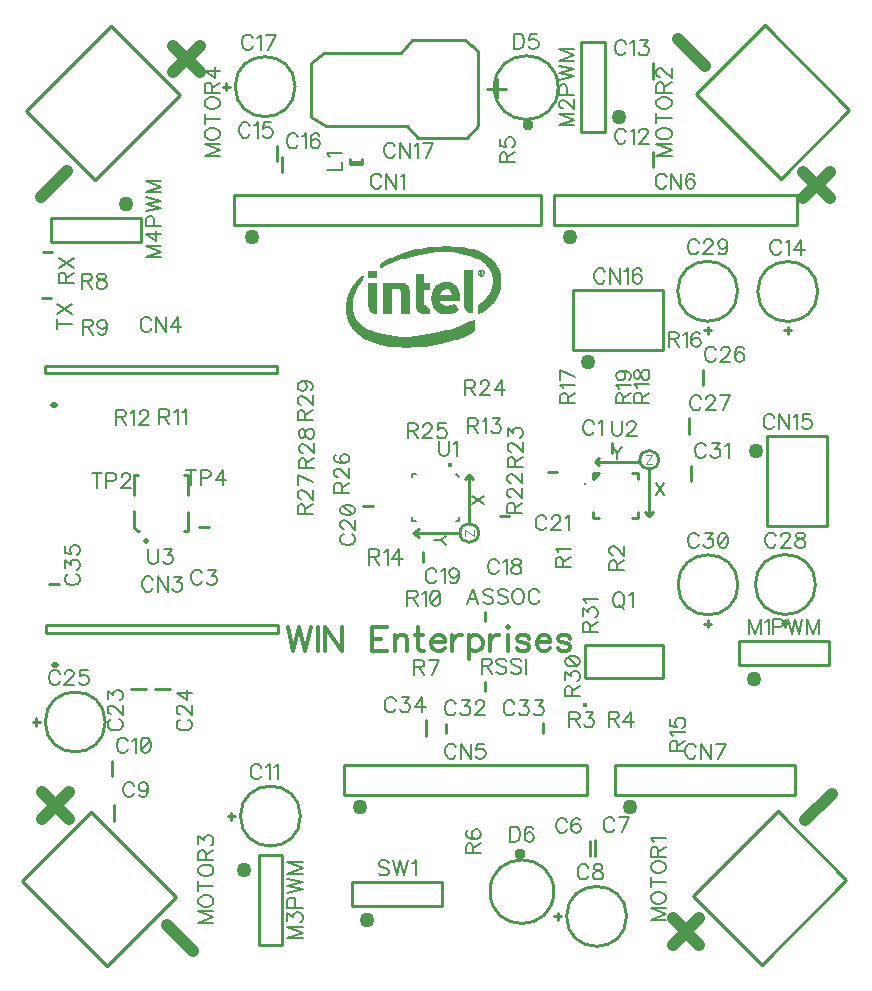
<source format=gbr>
G04 DipTrace 2.2.0.9*
%INTopSilkAF.gbr*%
%MOIN*%
%ADD10C,0.0098*%
%ADD11C,0.006*%
%ADD12C,0.003*%
%ADD18C,0.04*%
%ADD19C,0.05*%
%ADD30O,0.025X0.0206*%
%ADD35C,0.0375*%
%ADD39C,0.0154*%
%ADD43O,0.0154X0.0162*%
%ADD46C,0.0125*%
%ADD49C,0.0197*%
%ADD118C,0.0077*%
%ADD119C,0.0124*%
%ADD122C,0.0062*%
%ADD123C,0.0046*%
%FSLAX44Y44*%
%SFA1B1*%
%OFA0B0*%
G04*
G70*
G90*
G75*
G01*
%LNTopSilk*%
%LPD*%
X19085Y15242D2*
D10*
Y15557D1*
X23310Y21182D2*
Y20867D1*
X9564Y18393D2*
X9879D1*
X22580Y7920D2*
Y7408D1*
X22760Y7430D2*
Y7941D1*
X21511Y5293D2*
Y5529D1*
X21392Y5411D2*
X21629D1*
X21810D2*
G02X21810Y5411I1000J0D01*
G01*
X6737Y8605D2*
Y9117D1*
X6673Y10080D2*
Y10592D1*
X10639Y8634D2*
Y8871D1*
X10521Y8752D2*
X10757D1*
X10939D2*
G02X10939Y8752I1000J0D01*
G01*
X24698Y30898D2*
Y30387D1*
X24694Y33845D2*
Y33334D1*
X29298Y24940D2*
X29062D1*
X29180Y24822D2*
Y25058D1*
X28180Y26239D2*
G02X28180Y26239I1000J0D01*
G01*
X12164Y31103D2*
Y30591D1*
X12330Y30227D2*
Y30738D1*
X10461Y32949D2*
Y33185D1*
X10343Y33067D2*
X10579D1*
X10760D2*
G02X10760Y33067I1000J0D01*
G01*
X19588Y18753D2*
X19903D1*
X17032Y17225D2*
Y17540D1*
X15033Y19088D2*
X15347D1*
X21184Y20216D2*
X21499D1*
X7285Y12991D2*
X7796D1*
X8095Y12996D2*
X8606D1*
X4133Y11772D2*
Y12008D1*
X4015Y11890D2*
X4251D1*
X4432D2*
G02X4432Y11890I1000J0D01*
G01*
X26371Y23118D2*
Y23629D1*
X25890Y21497D2*
Y22008D1*
X29222Y15173D2*
X28985D1*
X29104Y15055D2*
Y15291D1*
X28104Y16472D2*
G02X28104Y16472I1000J0D01*
G01*
X26628Y24949D2*
X26392D1*
X26510Y24831D2*
Y25067D1*
X25510Y26248D2*
G02X25510Y26248I1000J0D01*
G01*
X26640Y15162D2*
X26403D1*
X26522Y15044D2*
Y15280D1*
X25522Y16461D2*
G02X25522Y16461I1000J0D01*
G01*
X25943Y19910D2*
Y20421D1*
X17793Y11522D2*
Y11837D1*
X21010Y11839D2*
Y11524D1*
X17138Y11944D2*
Y11432D1*
X4877Y16494D2*
X4562D1*
X10718Y29440D2*
X20962D1*
Y28440D1*
X10718D1*
Y29440D1*
D19*
X11340Y28065D3*
D30*
X4773Y13789D3*
X4460Y15106D2*
D10*
X12205D1*
Y14856D1*
X4460D1*
Y15106D1*
D30*
X4730Y22444D3*
X4417Y23761D2*
D10*
X12162D1*
Y23511D1*
X4417D1*
Y23761D1*
X14379Y10440D2*
X22501D1*
Y9440D1*
X14379D1*
Y10440D1*
D19*
X14940Y9065D3*
X21379Y29440D2*
D10*
X29501D1*
Y28440D1*
X21379D1*
Y29440D1*
D19*
X21940Y28065D3*
X23440Y10440D2*
D10*
X29440D1*
Y9440D1*
X23440D1*
Y10440D1*
D19*
X23940Y9065D3*
X30495Y21420D2*
D10*
X28495D1*
Y18420D1*
X30495D1*
Y21420D1*
D19*
X28120Y20920D3*
X22031Y26276D2*
D10*
X25031D1*
Y24276D1*
X22031D1*
Y26276D1*
D19*
X22531Y23901D3*
X18482Y31371D2*
D10*
X16857D1*
X16482Y31746D1*
X13794D1*
X13294Y32058D2*
Y33871D1*
X13732Y34184D2*
X16294D1*
X16669Y34621D1*
X18419D1*
X18857Y34246D2*
Y31746D1*
Y34246D2*
X18419Y34621D1*
X18857Y31746D2*
X18482Y31371D1*
X13794Y31746D2*
X13294Y32058D1*
X13732Y34184D2*
X13294Y33871D1*
X19169Y32996D2*
X19794D1*
X19482Y32683D2*
Y33309D1*
X19404Y33035D2*
G02X19404Y33035I1063J0D01*
G01*
D35*
X20529Y31785D3*
X19258Y6232D2*
D10*
G02X19258Y6232I1062J0D01*
G01*
D35*
X20258Y7482D3*
X14595Y30484D2*
D10*
Y30642D1*
X14989Y30484D2*
Y30642D1*
Y30484D2*
X14595D1*
X14989Y30559D2*
X14595D1*
X27551Y14596D2*
X30551D1*
Y13804D1*
X27551D1*
Y14596D1*
D19*
X28051Y13325D3*
X22296Y31543D2*
D10*
X23088D1*
Y34543D1*
X22296D1*
Y31543D1*
D19*
X23567Y32043D3*
X12336Y7440D2*
D10*
X11544D1*
Y4440D1*
X12336D1*
Y7440D1*
D19*
X11065Y6940D3*
X7624Y27891D2*
D10*
X4624D1*
Y28683D1*
X7624D1*
Y27891D1*
D19*
X7124Y29162D3*
X26013Y6101D2*
D10*
X28841Y8929D1*
X31139Y6631D1*
X28311Y3803D1*
X26013Y6101D1*
X29770Y8620D2*
D18*
X30653Y9504D1*
X26233Y5350D2*
X25350Y4466D1*
Y5350D2*
X26234Y4466D1*
X28941Y30002D2*
D10*
X26113Y32831D1*
X28411Y35129D1*
X31240Y32301D1*
X28941Y30002D1*
X26422Y33759D2*
D18*
X25538Y34643D1*
X29693Y30223D2*
X30576Y29340D1*
X29692D2*
X30576Y30224D1*
X5963Y8884D2*
D10*
X8791Y6056D1*
X6493Y3758D1*
X3665Y6586D1*
X5963Y8884D1*
X8482Y5127D2*
D18*
X9366Y4244D1*
X5212Y8664D2*
X4328Y9547D1*
X5212D2*
X4328Y8663D1*
X8916Y32789D2*
D10*
X6088Y29961D1*
X3790Y32259D1*
X6618Y35087D1*
X8916Y32789D1*
X5159Y30270D2*
D18*
X4276Y29386D1*
X8695Y33541D2*
X9579Y34424D1*
Y33540D2*
X8695Y34424D1*
D39*
X22427Y12469D3*
X22417Y13361D2*
D10*
X25015D1*
X22417Y14463D2*
X25015D1*
Y13361D2*
Y14463D1*
X22417Y13361D2*
Y14463D1*
X19100Y12912D2*
Y13227D1*
X4353Y27559D2*
X4667D1*
X14665Y6545D2*
X17665D1*
Y5753D1*
X14665D1*
Y6545D1*
D19*
X15165Y5274D3*
X4313Y26009D2*
D10*
X4627D1*
X18117Y20167D2*
D11*
X18235Y20049D1*
X16660Y20167D2*
Y20049D1*
Y20167D2*
X16778D1*
X16660Y18592D2*
X16778D1*
X16660D2*
Y18710D1*
X18235Y18592D2*
X18117D1*
X18235D2*
Y18710D1*
D43*
X17938Y20441D3*
X18252Y18190D2*
D10*
X16690D1*
X16877Y18315D1*
X16690Y18190D2*
X16877Y18065D1*
X18565Y18502D2*
Y20128D1*
X18690Y20002D1*
X18565Y20128D2*
X18440Y20002D1*
X18252Y18190D2*
G02X18252Y18190I313J0D01*
G01*
D46*
X22440Y19815D3*
X22690Y18690D2*
D10*
Y18877D1*
Y18690D2*
X22878D1*
X22690Y20002D2*
Y20190D1*
X22878D1*
X24002D2*
X24190D1*
Y20002D1*
X24002Y18690D2*
X24190D1*
Y18877D1*
X22690Y20002D2*
X22878Y20190D1*
X22690Y20065D2*
X22753Y20127D1*
X24252Y20565D2*
X22753D1*
X22878Y20690D1*
X22753Y20565D2*
X22878Y20440D1*
X24565Y20315D2*
Y18752D1*
X24690Y18877D1*
X24565Y18752D2*
X24440Y18877D1*
X24252Y20627D2*
G02X24252Y20627I313J0D01*
G01*
X7509Y18239D2*
X7391Y18357D1*
X7509Y18239D2*
X7549D1*
X7391Y18357D2*
Y18909D1*
X9064Y18239D2*
X9202D1*
Y18889D1*
Y19460D2*
Y20129D1*
X9064D1*
X7529D2*
X7391D1*
Y19460D1*
D49*
X7785Y17924D3*
X17652Y27759D2*
D12*
X17922D1*
X17232Y27729D2*
X18312D1*
X17080Y27699D2*
X18445D1*
X16931Y27669D2*
X18568D1*
X16794Y27639D2*
X18679D1*
X16671Y27609D2*
X18776D1*
X16561Y27579D2*
X18860D1*
X16461Y27549D2*
X17273D1*
X18150D2*
X18931D1*
X16367Y27519D2*
X17086D1*
X18304D2*
X18993D1*
X16279Y27489D2*
X16918D1*
X18438D2*
X19047D1*
X16197Y27459D2*
X16770D1*
X18551D2*
X19096D1*
X16122Y27429D2*
X16639D1*
X18646D2*
X19143D1*
X16053Y27399D2*
X16519D1*
X18726D2*
X19188D1*
X15986Y27369D2*
X16406D1*
X18794D2*
X19229D1*
X15920Y27339D2*
X16299D1*
X18854D2*
X19266D1*
X15856Y27309D2*
X16201D1*
X18909D2*
X19300D1*
X15794Y27279D2*
X16112D1*
X18960D2*
X19331D1*
X15734Y27249D2*
X16030D1*
X19006D2*
X19360D1*
X15680Y27219D2*
X15952D1*
X19048D2*
X19387D1*
X15637Y27189D2*
X15876D1*
X19085D2*
X19410D1*
X15604Y27159D2*
X15805D1*
X19114D2*
X19431D1*
X15593Y27129D2*
X15738D1*
X19139D2*
X19452D1*
X15586Y27099D2*
X15674D1*
X19162D2*
X19471D1*
X15582Y27069D2*
X15612D1*
X19186D2*
X19488D1*
X19209Y27039D2*
X19504D1*
X19231Y27009D2*
X19519D1*
X19251Y26979D2*
X19534D1*
X18402Y26949D2*
X18642D1*
X18882D2*
X19032D1*
X19271D2*
X19548D1*
X15192Y26919D2*
X15462D1*
X18402D2*
X18642D1*
X18868D2*
X18972D1*
X19032D2*
X19041D1*
X19287D2*
X19560D1*
X15192Y26889D2*
X15462D1*
X18402D2*
X18642D1*
X18861D2*
X18852D1*
X18912D2*
D3*
X18972D2*
D3*
X19032D2*
X19049D1*
X19300D2*
X19567D1*
X15192Y26859D2*
X15462D1*
X18402D2*
X18642D1*
X18858D2*
X18852D1*
X18912D2*
X18972D1*
X19032D2*
X19044D1*
X19311D2*
X19575D1*
X15192Y26829D2*
X15462D1*
X16782D2*
X17022D1*
X18402D2*
X18642D1*
X18871D2*
X18912D1*
X18972D2*
D3*
X19032D2*
X19034D1*
X19321D2*
X19583D1*
X15192Y26799D2*
X15462D1*
X16782D2*
X17022D1*
X18402D2*
X18642D1*
X18890D2*
X18912D1*
X18972D2*
X19019D1*
X19328D2*
X19592D1*
X14982Y26769D2*
X15012D1*
X15192D2*
X15462D1*
X16782D2*
X17022D1*
X18402D2*
X18642D1*
X18912D2*
X19002D1*
X19335D2*
X19597D1*
X14952Y26739D2*
X15012D1*
X15192D2*
X15462D1*
X16782D2*
X17022D1*
X18402D2*
X18642D1*
X19343D2*
X19600D1*
X14922Y26709D2*
X15011D1*
X15192D2*
X15462D1*
X16782D2*
X17022D1*
X18402D2*
X18642D1*
X19352D2*
X19601D1*
X14892Y26679D2*
X15006D1*
X16782D2*
X17022D1*
X18402D2*
X18642D1*
X19357D2*
X19602D1*
X14862Y26649D2*
X14994D1*
X16782D2*
X17022D1*
X18402D2*
X18642D1*
X19360D2*
X19602D1*
X14832Y26619D2*
X14975D1*
X16782D2*
X17022D1*
X18402D2*
X18642D1*
X19361D2*
X19602D1*
X14803Y26589D2*
X14954D1*
X16782D2*
X17022D1*
X18402D2*
X18642D1*
X19362D2*
X19602D1*
X14777Y26559D2*
X14933D1*
X16782D2*
X17022D1*
X17682D2*
X17892D1*
X18402D2*
X18642D1*
X19361D2*
X19602D1*
X14754Y26529D2*
X14912D1*
X15192D2*
X15462D1*
X15702D2*
X16362D1*
X16782D2*
X17232D1*
X17613D2*
X17960D1*
X18402D2*
X18642D1*
X19357D2*
X19602D1*
X14732Y26499D2*
X14888D1*
X15192D2*
X15462D1*
X15702D2*
X16419D1*
X16782D2*
X17232D1*
X17554D2*
X18016D1*
X18402D2*
X18642D1*
X19350D2*
X19602D1*
X14708Y26469D2*
X14865D1*
X15192D2*
X15462D1*
X15702D2*
X16462D1*
X16782D2*
X17232D1*
X17506D2*
X18059D1*
X18402D2*
X18642D1*
X19342D2*
X19602D1*
X14685Y26439D2*
X14844D1*
X15192D2*
X15462D1*
X15702D2*
X16492D1*
X16782D2*
X17232D1*
X17469D2*
X18092D1*
X18402D2*
X18642D1*
X19337D2*
X19602D1*
X14665Y26409D2*
X14827D1*
X15192D2*
X15462D1*
X15702D2*
X16513D1*
X16782D2*
X17232D1*
X17439D2*
X18117D1*
X18402D2*
X18642D1*
X19333D2*
X19601D1*
X14647Y26379D2*
X14810D1*
X15192D2*
X15462D1*
X15702D2*
X16528D1*
X16782D2*
X17232D1*
X17411D2*
X18136D1*
X18402D2*
X18642D1*
X19328D2*
X19597D1*
X14629Y26349D2*
X14795D1*
X15192D2*
X15462D1*
X15702D2*
X16535D1*
X16782D2*
X17232D1*
X17387D2*
X18153D1*
X18402D2*
X18642D1*
X19319D2*
X19590D1*
X14611Y26319D2*
X14780D1*
X15192D2*
X15462D1*
X15702D2*
X15972D1*
X16241D2*
X16539D1*
X16782D2*
X17022D1*
X17369D2*
X17689D1*
X17887D2*
X18168D1*
X18402D2*
X18642D1*
X19307D2*
X19581D1*
X14592Y26289D2*
X14766D1*
X15192D2*
X15462D1*
X15702D2*
X15972D1*
X16266D2*
X16541D1*
X16782D2*
X17022D1*
X17355D2*
X17645D1*
X17910D2*
X18180D1*
X18402D2*
X18642D1*
X19294D2*
X19572D1*
X14577Y26259D2*
X14753D1*
X15192D2*
X15462D1*
X15702D2*
X15972D1*
X16284D2*
X16542D1*
X16782D2*
X17022D1*
X17343D2*
X17614D1*
X17931D2*
X18191D1*
X18402D2*
X18642D1*
X19279D2*
X19561D1*
X14564Y26229D2*
X14743D1*
X15192D2*
X15462D1*
X15702D2*
X15972D1*
X16294D2*
X16542D1*
X16782D2*
X17022D1*
X17333D2*
X17592D1*
X17951D2*
X18202D1*
X18402D2*
X18642D1*
X19264D2*
X19548D1*
X14553Y26199D2*
X14731D1*
X15192D2*
X15462D1*
X15702D2*
X15972D1*
X16299D2*
X16542D1*
X16782D2*
X17022D1*
X17327D2*
X17577D1*
X17966D2*
X18211D1*
X18402D2*
X18642D1*
X19248D2*
X19535D1*
X14542Y26169D2*
X14718D1*
X15192D2*
X15462D1*
X15702D2*
X15972D1*
X16301D2*
X16542D1*
X16782D2*
X17022D1*
X17323D2*
X17569D1*
X17975D2*
X18217D1*
X18402D2*
X18642D1*
X19231D2*
X19523D1*
X14532Y26139D2*
X14705D1*
X15192D2*
X15462D1*
X15702D2*
X15972D1*
X16302D2*
X16542D1*
X16782D2*
X17022D1*
X17318D2*
X17565D1*
X17979D2*
X18220D1*
X18402D2*
X18642D1*
X19211D2*
X19513D1*
X14522Y26109D2*
X14694D1*
X15192D2*
X15462D1*
X15702D2*
X15972D1*
X16302D2*
X16542D1*
X16782D2*
X17022D1*
X17310D2*
X18221D1*
X18402D2*
X18642D1*
X19192D2*
X19501D1*
X14512Y26079D2*
X14687D1*
X15192D2*
X15462D1*
X15702D2*
X15972D1*
X16302D2*
X16542D1*
X16782D2*
X17022D1*
X17302D2*
X18222D1*
X18402D2*
X18642D1*
X19171D2*
X19487D1*
X14502Y26049D2*
X14679D1*
X15192D2*
X15462D1*
X15702D2*
X15972D1*
X16302D2*
X16542D1*
X16782D2*
X17022D1*
X17297D2*
X18222D1*
X18402D2*
X18642D1*
X19147D2*
X19470D1*
X14492Y26019D2*
X14671D1*
X15192D2*
X15462D1*
X15702D2*
X15972D1*
X16302D2*
X16542D1*
X16782D2*
X17022D1*
X17295D2*
X18222D1*
X18402D2*
X18642D1*
X19120D2*
X19451D1*
X14483Y25989D2*
X14662D1*
X15192D2*
X15462D1*
X15702D2*
X15972D1*
X16302D2*
X16542D1*
X16782D2*
X17022D1*
X17298D2*
X18222D1*
X18402D2*
X18642D1*
X19091D2*
X19432D1*
X14477Y25959D2*
X14657D1*
X15192D2*
X15462D1*
X15702D2*
X15972D1*
X16302D2*
X16542D1*
X16782D2*
X17022D1*
X17305D2*
X18222D1*
X18402D2*
X18642D1*
X19061D2*
X19411D1*
X14474Y25929D2*
X14654D1*
X15192D2*
X15462D1*
X15702D2*
X15972D1*
X16302D2*
X16542D1*
X16782D2*
X17022D1*
X17312D2*
X17563D1*
X18402D2*
X18642D1*
X19027D2*
X19388D1*
X14473Y25899D2*
X14653D1*
X15192D2*
X15462D1*
X15702D2*
X15972D1*
X16302D2*
X16542D1*
X16782D2*
X17022D1*
X17317D2*
X17567D1*
X18402D2*
X18642D1*
X18989D2*
X19365D1*
X14472Y25869D2*
X14652D1*
X15192D2*
X15462D1*
X15702D2*
X15972D1*
X16302D2*
X16542D1*
X16782D2*
X17022D1*
X17321D2*
X17575D1*
X18402D2*
X18642D1*
X18948D2*
X19343D1*
X14472Y25839D2*
X14652D1*
X15192D2*
X15462D1*
X15702D2*
X15972D1*
X16302D2*
X16542D1*
X16782D2*
X17024D1*
X17326D2*
X17589D1*
X18402D2*
X18642D1*
X18911D2*
X19322D1*
X14472Y25809D2*
X14652D1*
X15193D2*
X15462D1*
X15702D2*
X15972D1*
X16302D2*
X16542D1*
X16782D2*
X17028D1*
X17334D2*
X17608D1*
X18042D2*
D3*
X18402D2*
X18642D1*
X18879D2*
X19297D1*
X14472Y25779D2*
X14652D1*
X15197D2*
X15462D1*
X15702D2*
X15972D1*
X16302D2*
X16542D1*
X16782D2*
X17055D1*
X17343D2*
X17679D1*
X17948D2*
X18072D1*
X18402D2*
X18642D1*
X18865D2*
X19269D1*
X14472Y25749D2*
X14652D1*
X15204D2*
X15462D1*
X15702D2*
X15972D1*
X16302D2*
X16542D1*
X16783D2*
X17113D1*
X17353D2*
X17799D1*
X17814D2*
X18108D1*
X18403D2*
X18642D1*
X18858D2*
X19236D1*
X14472Y25719D2*
X14652D1*
X15213D2*
X15462D1*
X15702D2*
X15972D1*
X16302D2*
X16542D1*
X16787D2*
X17166D1*
X17368D2*
X18139D1*
X18407D2*
X18642D1*
X18854D2*
X19198D1*
X14472Y25689D2*
X14652D1*
X15222D2*
X15462D1*
X15702D2*
X15972D1*
X16302D2*
X16542D1*
X16795D2*
X17207D1*
X17389D2*
X18166D1*
X18415D2*
X18642D1*
X18853D2*
X19157D1*
X14472Y25659D2*
X14653D1*
X15233D2*
X15462D1*
X15702D2*
X15972D1*
X16302D2*
X16542D1*
X16808D2*
X17220D1*
X17415D2*
X18192D1*
X18428D2*
X18642D1*
X18852D2*
X19113D1*
X14472Y25629D2*
X14657D1*
X15247D2*
X15462D1*
X15702D2*
X15972D1*
X16302D2*
X16542D1*
X16827D2*
X17227D1*
X17445D2*
X18161D1*
X18447D2*
X18642D1*
X18852D2*
X19068D1*
X14472Y25599D2*
X14664D1*
X15267D2*
X15462D1*
X15702D2*
X15972D1*
X16302D2*
X16542D1*
X16855D2*
X17230D1*
X17479D2*
X18126D1*
X18474D2*
X18642D1*
X18852D2*
X19019D1*
X14472Y25569D2*
X14672D1*
X15294D2*
X15462D1*
X15702D2*
X15972D1*
X16302D2*
X16542D1*
X16893D2*
X17231D1*
X17521D2*
X18084D1*
X18511D2*
X18642D1*
X18852D2*
X18966D1*
X14472Y25539D2*
X14678D1*
X15331D2*
X15462D1*
X15702D2*
X15972D1*
X16302D2*
X16542D1*
X16940D2*
X17232D1*
X17570D2*
X18034D1*
X18552D2*
X18642D1*
X18852D2*
X18910D1*
X14472Y25509D2*
X14685D1*
X15372D2*
X15462D1*
X15702D2*
X15972D1*
X16302D2*
X16542D1*
X16992D2*
X17232D1*
X17622D2*
X17982D1*
X18852D2*
D3*
X14473Y25479D2*
X14695D1*
X14477Y25449D2*
X14707D1*
X14484Y25419D2*
X14720D1*
X14493Y25389D2*
X14735D1*
X14502Y25359D2*
X14750D1*
X14512Y25329D2*
X14766D1*
X14522Y25299D2*
X14785D1*
X18702D2*
X18732D1*
X14532Y25269D2*
X14808D1*
X18651D2*
X18732D1*
X14543Y25239D2*
X14834D1*
X18596D2*
X18732D1*
X14556Y25209D2*
X14863D1*
X18535D2*
X18732D1*
X14570Y25179D2*
X14892D1*
X18469D2*
X18732D1*
X14586Y25149D2*
X14922D1*
X18401D2*
X18732D1*
X14604Y25119D2*
X14953D1*
X18329D2*
X18732D1*
X14623Y25089D2*
X14988D1*
X18253D2*
X18732D1*
X14642Y25059D2*
X15030D1*
X18170D2*
X18732D1*
X14663Y25029D2*
X15080D1*
X18083D2*
X18732D1*
X14687Y24999D2*
X15136D1*
X17991D2*
X18731D1*
X14714Y24969D2*
X15195D1*
X17891D2*
X18726D1*
X14743Y24939D2*
X15259D1*
X17783D2*
X18716D1*
X14772Y24909D2*
X15333D1*
X17664D2*
X18687D1*
X14803Y24879D2*
X15423D1*
X17534D2*
X18645D1*
X14837Y24849D2*
X15536D1*
X17383D2*
X18590D1*
X14874Y24819D2*
X15679D1*
X17203D2*
X18527D1*
X14913Y24789D2*
X15854D1*
X16994D2*
X18459D1*
X14953Y24759D2*
X16057D1*
X16758D2*
X18386D1*
X14998Y24729D2*
X18309D1*
X15050Y24699D2*
X18230D1*
X15105Y24669D2*
X18145D1*
X15166Y24639D2*
X18052D1*
X15233Y24609D2*
X17949D1*
X15309Y24579D2*
X17835D1*
X15396Y24549D2*
X17712D1*
X15495Y24519D2*
X17577D1*
X15613Y24489D2*
X17424D1*
X15744Y24459D2*
X17256D1*
X15882Y24429D2*
X17082D1*
X16332Y24399D2*
X16602D1*
X17652Y27759D2*
Y27729D1*
X17922Y27759D2*
Y27729D1*
X17232D2*
X17080Y27699D1*
X16931Y27669D1*
X16794Y27639D1*
X16671Y27609D1*
X16561Y27579D1*
X16461Y27549D1*
X16367Y27519D1*
X16279Y27489D1*
X16197Y27459D1*
X16122Y27429D1*
X16053Y27399D1*
X15986Y27369D1*
X15920Y27339D1*
X15856Y27309D1*
X15794Y27279D1*
X15734Y27249D1*
X15680Y27219D1*
X15637Y27189D1*
X15604Y27159D1*
X15593Y27129D1*
X15586Y27099D1*
X15582Y27069D1*
X18312Y27729D2*
X18445Y27699D1*
X18568Y27669D1*
X18679Y27639D1*
X18776Y27609D1*
X18860Y27579D1*
X18931Y27549D1*
X18993Y27519D1*
X19047Y27489D1*
X19096Y27459D1*
X19143Y27429D1*
X19188Y27399D1*
X19229Y27369D1*
X19266Y27339D1*
X19300Y27309D1*
X19331Y27279D1*
X19360Y27249D1*
X19387Y27219D1*
X19410Y27189D1*
X19431Y27159D1*
X19452Y27129D1*
X19471Y27099D1*
X19488Y27069D1*
X19504Y27039D1*
X19519Y27009D1*
X19534Y26979D1*
X19548Y26949D1*
X19560Y26919D1*
X19567Y26889D1*
X19575Y26859D1*
X19583Y26829D1*
X19592Y26799D1*
X19597Y26769D1*
X19600Y26739D1*
X19601Y26709D1*
X19602Y26679D1*
Y26649D1*
Y26619D1*
Y26589D1*
Y26559D1*
Y26529D1*
Y26499D1*
Y26469D1*
Y26439D1*
X19601Y26409D1*
X19597Y26379D1*
X19590Y26349D1*
X19581Y26319D1*
X19572Y26289D1*
X19561Y26259D1*
X19548Y26229D1*
X19535Y26199D1*
X19523Y26169D1*
X19513Y26139D1*
X19501Y26109D1*
X19487Y26079D1*
X19470Y26049D1*
X19451Y26019D1*
X19432Y25989D1*
X19411Y25959D1*
X19388Y25929D1*
X19365Y25899D1*
X19343Y25869D1*
X19322Y25839D1*
X19297Y25809D1*
X19269Y25779D1*
X19236Y25749D1*
X19198Y25719D1*
X19157Y25689D1*
X19113Y25659D1*
X19068Y25629D1*
X19019Y25599D1*
X18966Y25569D1*
X18910Y25539D1*
X18852Y25509D1*
X17472Y27579D2*
X17273Y27549D1*
X17086Y27519D1*
X16918Y27489D1*
X16770Y27459D1*
X16639Y27429D1*
X16519Y27399D1*
X16406Y27369D1*
X16299Y27339D1*
X16201Y27309D1*
X16112Y27279D1*
X16030Y27249D1*
X15952Y27219D1*
X15876Y27189D1*
X15805Y27159D1*
X15738Y27129D1*
X15674Y27099D1*
X15612Y27069D1*
X17982Y27579D2*
X18150Y27549D1*
X18304Y27519D1*
X18438Y27489D1*
X18551Y27459D1*
X18646Y27429D1*
X18726Y27399D1*
X18794Y27369D1*
X18854Y27339D1*
X18909Y27309D1*
X18960Y27279D1*
X19006Y27249D1*
X19048Y27219D1*
X19085Y27189D1*
X19114Y27159D1*
X19139Y27129D1*
X19162Y27099D1*
X19186Y27069D1*
X19209Y27039D1*
X19231Y27009D1*
X19251Y26979D1*
X19271Y26949D1*
X19287Y26919D1*
X19300Y26889D1*
X19311Y26859D1*
X19321Y26829D1*
X19328Y26799D1*
X19335Y26769D1*
X19343Y26739D1*
X19352Y26709D1*
X19357Y26679D1*
X19360Y26649D1*
X19361Y26619D1*
X19362Y26589D1*
X19361Y26559D1*
X19357Y26529D1*
X19350Y26499D1*
X19342Y26469D1*
X19337Y26439D1*
X19333Y26409D1*
X19328Y26379D1*
X19319Y26349D1*
X19307Y26319D1*
X19294Y26289D1*
X19279Y26259D1*
X19264Y26229D1*
X19248Y26199D1*
X19231Y26169D1*
X19211Y26139D1*
X19192Y26109D1*
X19171Y26079D1*
X19147Y26049D1*
X19120Y26019D1*
X19091Y25989D1*
X19061Y25959D1*
X19027Y25929D1*
X18989Y25899D1*
X18948Y25869D1*
X18911Y25839D1*
X18879Y25809D1*
X18865Y25779D1*
X18858Y25749D1*
X18854Y25719D1*
X18853Y25689D1*
X18852Y25659D1*
Y25629D1*
Y25599D1*
Y25569D1*
Y25539D1*
Y25509D1*
X18402Y26949D2*
Y26919D1*
Y26889D1*
Y26859D1*
Y26829D1*
Y26799D1*
Y26769D1*
Y26739D1*
Y26709D1*
Y26679D1*
Y26649D1*
Y26619D1*
Y26589D1*
Y26559D1*
Y26529D1*
Y26499D1*
Y26469D1*
Y26439D1*
Y26409D1*
Y26379D1*
Y26349D1*
Y26319D1*
Y26289D1*
Y26259D1*
Y26229D1*
Y26199D1*
Y26169D1*
Y26139D1*
Y26109D1*
Y26079D1*
Y26049D1*
Y26019D1*
Y25989D1*
Y25959D1*
Y25929D1*
Y25899D1*
Y25869D1*
Y25839D1*
Y25809D1*
Y25779D1*
X18403Y25749D1*
X18407Y25719D1*
X18415Y25689D1*
X18428Y25659D1*
X18447Y25629D1*
X18474Y25599D1*
X18511Y25569D1*
X18552Y25539D1*
X18642Y26949D2*
Y26919D1*
Y26889D1*
Y26859D1*
Y26829D1*
Y26799D1*
Y26769D1*
Y26739D1*
Y26709D1*
Y26679D1*
Y26649D1*
Y26619D1*
Y26589D1*
Y26559D1*
Y26529D1*
Y26499D1*
Y26469D1*
Y26439D1*
Y26409D1*
Y26379D1*
Y26349D1*
Y26319D1*
Y26289D1*
Y26259D1*
Y26229D1*
Y26199D1*
Y26169D1*
Y26139D1*
Y26109D1*
Y26079D1*
Y26049D1*
Y26019D1*
Y25989D1*
Y25959D1*
Y25929D1*
Y25899D1*
Y25869D1*
Y25839D1*
Y25809D1*
Y25779D1*
Y25749D1*
Y25719D1*
Y25689D1*
Y25659D1*
Y25629D1*
Y25599D1*
Y25569D1*
Y25539D1*
X18882Y26949D2*
X18868Y26919D1*
X18861Y26889D1*
X18858Y26859D1*
X18871Y26829D1*
X18890Y26799D1*
X18912Y26769D1*
X19032Y26949D2*
X19041Y26919D1*
X19049Y26889D1*
X19044Y26859D1*
X19034Y26829D1*
X19019Y26799D1*
X19002Y26769D1*
X15192Y26919D2*
Y26889D1*
Y26859D1*
Y26829D1*
Y26799D1*
Y26769D1*
Y26739D1*
Y26709D1*
X15462Y26919D2*
Y26889D1*
Y26859D1*
Y26829D1*
Y26799D1*
Y26769D1*
Y26739D1*
Y26709D1*
X18972Y26949D2*
Y26919D1*
Y26889D1*
Y26859D1*
Y26829D1*
X18912Y26919D2*
Y26889D1*
Y26859D1*
X19032Y26889D2*
Y26859D1*
Y26829D1*
X16782D2*
Y26799D1*
Y26769D1*
Y26739D1*
Y26709D1*
Y26679D1*
Y26649D1*
Y26619D1*
Y26589D1*
Y26559D1*
Y26529D1*
Y26499D1*
Y26469D1*
Y26439D1*
Y26409D1*
Y26379D1*
Y26349D1*
Y26319D1*
Y26289D1*
Y26259D1*
Y26229D1*
Y26199D1*
Y26169D1*
Y26139D1*
Y26109D1*
Y26079D1*
Y26049D1*
Y26019D1*
Y25989D1*
Y25959D1*
Y25929D1*
Y25899D1*
Y25869D1*
Y25839D1*
Y25809D1*
Y25779D1*
X16783Y25749D1*
X16787Y25719D1*
X16795Y25689D1*
X16808Y25659D1*
X16827Y25629D1*
X16855Y25599D1*
X16893Y25569D1*
X16940Y25539D1*
X16992Y25509D1*
X17022Y26829D2*
Y26799D1*
Y26769D1*
Y26739D1*
Y26709D1*
Y26679D1*
Y26649D1*
Y26619D1*
Y26589D1*
Y26559D1*
Y26529D1*
X17232D1*
Y26499D1*
Y26469D1*
Y26439D1*
Y26409D1*
Y26379D1*
Y26349D1*
Y26319D1*
X17022D1*
Y26289D1*
Y26259D1*
Y26229D1*
Y26199D1*
Y26169D1*
Y26139D1*
Y26109D1*
Y26079D1*
Y26049D1*
Y26019D1*
Y25989D1*
Y25959D1*
Y25929D1*
Y25899D1*
Y25869D1*
X17024Y25839D1*
X17028Y25809D1*
X17055Y25779D1*
X17113Y25749D1*
X17166Y25719D1*
X17207Y25689D1*
X17220Y25659D1*
X17227Y25629D1*
X17230Y25599D1*
X17231Y25569D1*
X17232Y25539D1*
Y25509D1*
X18912Y26829D2*
Y26799D1*
X18972D2*
X14982Y26769D2*
X14952Y26739D1*
X14922Y26709D1*
X14892Y26679D1*
X14862Y26649D1*
X14832Y26619D1*
X14803Y26589D1*
X14777Y26559D1*
X14754Y26529D1*
X14732Y26499D1*
X14708Y26469D1*
X14685Y26439D1*
X14665Y26409D1*
X14647Y26379D1*
X14629Y26349D1*
X14611Y26319D1*
X14592Y26289D1*
X14577Y26259D1*
X14564Y26229D1*
X14553Y26199D1*
X14542Y26169D1*
X14532Y26139D1*
X14522Y26109D1*
X14512Y26079D1*
X14502Y26049D1*
X14492Y26019D1*
X14483Y25989D1*
X14477Y25959D1*
X14474Y25929D1*
X14473Y25899D1*
X14472Y25869D1*
Y25839D1*
Y25809D1*
Y25779D1*
Y25749D1*
Y25719D1*
Y25689D1*
Y25659D1*
Y25629D1*
Y25599D1*
Y25569D1*
Y25539D1*
Y25509D1*
X14473Y25479D1*
X14477Y25449D1*
X14484Y25419D1*
X14493Y25389D1*
X14502Y25359D1*
X14512Y25329D1*
X14522Y25299D1*
X14532Y25269D1*
X14543Y25239D1*
X14556Y25209D1*
X14570Y25179D1*
X14586Y25149D1*
X14604Y25119D1*
X14623Y25089D1*
X14642Y25059D1*
X14663Y25029D1*
X14687Y24999D1*
X14714Y24969D1*
X14743Y24939D1*
X14772Y24909D1*
X14803Y24879D1*
X14837Y24849D1*
X14874Y24819D1*
X14913Y24789D1*
X14953Y24759D1*
X14998Y24729D1*
X15050Y24699D1*
X15105Y24669D1*
X15166Y24639D1*
X15233Y24609D1*
X15309Y24579D1*
X15396Y24549D1*
X15495Y24519D1*
X15613Y24489D1*
X15744Y24459D1*
X15882Y24429D1*
X15012Y26769D2*
Y26739D1*
X15011Y26709D1*
X15006Y26679D1*
X14994Y26649D1*
X14975Y26619D1*
X14954Y26589D1*
X14933Y26559D1*
X14912Y26529D1*
X14888Y26499D1*
X14865Y26469D1*
X14844Y26439D1*
X14827Y26409D1*
X14810Y26379D1*
X14795Y26349D1*
X14780Y26319D1*
X14766Y26289D1*
X14753Y26259D1*
X14743Y26229D1*
X14731Y26199D1*
X14718Y26169D1*
X14705Y26139D1*
X14694Y26109D1*
X14687Y26079D1*
X14679Y26049D1*
X14671Y26019D1*
X14662Y25989D1*
X14657Y25959D1*
X14654Y25929D1*
X14653Y25899D1*
X14652Y25869D1*
Y25839D1*
Y25809D1*
Y25779D1*
Y25749D1*
Y25719D1*
Y25689D1*
X14653Y25659D1*
X14657Y25629D1*
X14664Y25599D1*
X14672Y25569D1*
X14678Y25539D1*
X14685Y25509D1*
X14695Y25479D1*
X14707Y25449D1*
X14720Y25419D1*
X14735Y25389D1*
X14750Y25359D1*
X14766Y25329D1*
X14785Y25299D1*
X14808Y25269D1*
X14834Y25239D1*
X14863Y25209D1*
X14892Y25179D1*
X14922Y25149D1*
X14953Y25119D1*
X14988Y25089D1*
X15030Y25059D1*
X15080Y25029D1*
X15136Y24999D1*
X15195Y24969D1*
X15259Y24939D1*
X15333Y24909D1*
X15423Y24879D1*
X15536Y24849D1*
X15679Y24819D1*
X15854Y24789D1*
X16057Y24759D1*
X16272Y24729D1*
X17682Y26559D2*
X17613Y26529D1*
X17554Y26499D1*
X17506Y26469D1*
X17469Y26439D1*
X17439Y26409D1*
X17411Y26379D1*
X17387Y26349D1*
X17369Y26319D1*
X17355Y26289D1*
X17343Y26259D1*
X17333Y26229D1*
X17327Y26199D1*
X17323Y26169D1*
X17318Y26139D1*
X17310Y26109D1*
X17302Y26079D1*
X17297Y26049D1*
X17295Y26019D1*
X17298Y25989D1*
X17305Y25959D1*
X17312Y25929D1*
X17317Y25899D1*
X17321Y25869D1*
X17326Y25839D1*
X17334Y25809D1*
X17343Y25779D1*
X17353Y25749D1*
X17368Y25719D1*
X17389Y25689D1*
X17415Y25659D1*
X17445Y25629D1*
X17479Y25599D1*
X17521Y25569D1*
X17570Y25539D1*
X17622Y25509D1*
X17892Y26559D2*
X17960Y26529D1*
X18016Y26499D1*
X18059Y26469D1*
X18092Y26439D1*
X18117Y26409D1*
X18136Y26379D1*
X18153Y26349D1*
X18168Y26319D1*
X18180Y26289D1*
X18191Y26259D1*
X18202Y26229D1*
X18211Y26199D1*
X18217Y26169D1*
X18220Y26139D1*
X18221Y26109D1*
X18222Y26079D1*
Y26049D1*
Y26019D1*
Y25989D1*
Y25959D1*
X15192Y26529D2*
Y26499D1*
Y26469D1*
Y26439D1*
Y26409D1*
Y26379D1*
Y26349D1*
Y26319D1*
Y26289D1*
Y26259D1*
Y26229D1*
Y26199D1*
Y26169D1*
Y26139D1*
Y26109D1*
Y26079D1*
Y26049D1*
Y26019D1*
Y25989D1*
Y25959D1*
Y25929D1*
Y25899D1*
Y25869D1*
Y25839D1*
X15193Y25809D1*
X15197Y25779D1*
X15204Y25749D1*
X15213Y25719D1*
X15222Y25689D1*
X15233Y25659D1*
X15247Y25629D1*
X15267Y25599D1*
X15294Y25569D1*
X15331Y25539D1*
X15372Y25509D1*
X15462Y26529D2*
Y26499D1*
Y26469D1*
Y26439D1*
Y26409D1*
Y26379D1*
Y26349D1*
Y26319D1*
Y26289D1*
Y26259D1*
Y26229D1*
Y26199D1*
Y26169D1*
Y26139D1*
Y26109D1*
Y26079D1*
Y26049D1*
Y26019D1*
Y25989D1*
Y25959D1*
Y25929D1*
Y25899D1*
Y25869D1*
Y25839D1*
Y25809D1*
Y25779D1*
Y25749D1*
Y25719D1*
Y25689D1*
Y25659D1*
Y25629D1*
Y25599D1*
Y25569D1*
Y25539D1*
Y25509D1*
X15702Y26529D2*
Y26499D1*
Y26469D1*
Y26439D1*
Y26409D1*
Y26379D1*
Y26349D1*
Y26319D1*
Y26289D1*
Y26259D1*
Y26229D1*
Y26199D1*
Y26169D1*
Y26139D1*
Y26109D1*
Y26079D1*
Y26049D1*
Y26019D1*
Y25989D1*
Y25959D1*
Y25929D1*
Y25899D1*
Y25869D1*
Y25839D1*
Y25809D1*
Y25779D1*
Y25749D1*
Y25719D1*
Y25689D1*
Y25659D1*
Y25629D1*
Y25599D1*
Y25569D1*
Y25539D1*
Y25509D1*
X16362Y26529D2*
X16419Y26499D1*
X16462Y26469D1*
X16492Y26439D1*
X16513Y26409D1*
X16528Y26379D1*
X16535Y26349D1*
X16539Y26319D1*
X16541Y26289D1*
X16542Y26259D1*
Y26229D1*
Y26199D1*
Y26169D1*
Y26139D1*
Y26109D1*
Y26079D1*
Y26049D1*
Y26019D1*
Y25989D1*
Y25959D1*
Y25929D1*
Y25899D1*
Y25869D1*
Y25839D1*
Y25809D1*
Y25779D1*
Y25749D1*
Y25719D1*
Y25689D1*
Y25659D1*
Y25629D1*
Y25599D1*
Y25569D1*
Y25539D1*
Y25509D1*
X15972Y26349D2*
Y26319D1*
Y26289D1*
Y26259D1*
Y26229D1*
Y26199D1*
Y26169D1*
Y26139D1*
Y26109D1*
Y26079D1*
Y26049D1*
Y26019D1*
Y25989D1*
Y25959D1*
Y25929D1*
Y25899D1*
Y25869D1*
Y25839D1*
Y25809D1*
Y25779D1*
Y25749D1*
Y25719D1*
Y25689D1*
Y25659D1*
Y25629D1*
Y25599D1*
Y25569D1*
Y25539D1*
Y25509D1*
X16212Y26349D2*
X16241Y26319D1*
X16266Y26289D1*
X16284Y26259D1*
X16294Y26229D1*
X16299Y26199D1*
X16301Y26169D1*
X16302Y26139D1*
Y26109D1*
Y26079D1*
Y26049D1*
Y26019D1*
Y25989D1*
Y25959D1*
Y25929D1*
Y25899D1*
Y25869D1*
Y25839D1*
Y25809D1*
Y25779D1*
Y25749D1*
Y25719D1*
Y25689D1*
Y25659D1*
Y25629D1*
Y25599D1*
Y25569D1*
Y25539D1*
Y25509D1*
X17742Y26349D2*
X17689Y26319D1*
X17645Y26289D1*
X17614Y26259D1*
X17592Y26229D1*
X17577Y26199D1*
X17569Y26169D1*
X17565Y26139D1*
X17562Y26109D1*
X17862Y26349D2*
X17887Y26319D1*
X17910Y26289D1*
X17931Y26259D1*
X17951Y26229D1*
X17966Y26199D1*
X17975Y26169D1*
X17979Y26139D1*
X17982Y26109D1*
X17562Y25959D2*
X17563Y25929D1*
X17567Y25899D1*
X17575Y25869D1*
X17589Y25839D1*
X17608Y25809D1*
X17679Y25779D1*
X17799Y25749D1*
X17952Y25719D1*
X18042Y25809D2*
X17948Y25779D1*
X17814Y25749D1*
X17652Y25719D1*
X18072Y25779D2*
X18108Y25749D1*
X18139Y25719D1*
X18166Y25689D1*
X18192Y25659D1*
X18161Y25629D1*
X18126Y25599D1*
X18084Y25569D1*
X18034Y25539D1*
X17982Y25509D1*
X18702Y25299D2*
X18651Y25269D1*
X18596Y25239D1*
X18535Y25209D1*
X18469Y25179D1*
X18401Y25149D1*
X18329Y25119D1*
X18253Y25089D1*
X18170Y25059D1*
X18083Y25029D1*
X17991Y24999D1*
X17891Y24969D1*
X17783Y24939D1*
X17664Y24909D1*
X17534Y24879D1*
X17383Y24849D1*
X17203Y24819D1*
X16994Y24789D1*
X16758Y24759D1*
X16512Y24729D1*
X18732Y25299D2*
Y25269D1*
Y25239D1*
Y25209D1*
Y25179D1*
Y25149D1*
Y25119D1*
Y25089D1*
Y25059D1*
Y25029D1*
X18731Y24999D1*
X18726Y24969D1*
X18716Y24939D1*
X18687Y24909D1*
X18645Y24879D1*
X18590Y24849D1*
X18527Y24819D1*
X18459Y24789D1*
X18386Y24759D1*
X18309Y24729D1*
X18230Y24699D1*
X18145Y24669D1*
X18052Y24639D1*
X17949Y24609D1*
X17835Y24579D1*
X17712Y24549D1*
X17577Y24519D1*
X17424Y24489D1*
X17256Y24459D1*
X17082Y24429D1*
X16302D2*
X16332Y24399D1*
X16632Y24429D2*
X16602Y24399D1*
X18873Y15826D2*
D118*
X18681Y16329D1*
D2*
X18490Y15826D1*
X18562Y15994D2*
X18801D1*
X19362Y16257D2*
X19315Y16305D1*
D2*
X19243Y16329D1*
D2*
X19147D1*
D2*
X19075Y16305D1*
D2*
X19027Y16257D1*
D2*
Y16209D1*
D2*
X19052Y16161D1*
D2*
X19075Y16138D1*
D2*
X19123Y16114D1*
D2*
X19267Y16066D1*
D2*
X19315Y16042D1*
D2*
X19338Y16018D1*
D2*
X19362Y15970D1*
D2*
Y15898D1*
D2*
X19315Y15851D1*
D2*
X19243Y15826D1*
D2*
X19147D1*
D2*
X19075Y15851D1*
D2*
X19027Y15898D1*
X19852Y16257D2*
X19804Y16305D1*
D2*
X19732Y16329D1*
D2*
X19637D1*
D2*
X19565Y16305D1*
D2*
X19517Y16257D1*
D2*
Y16209D1*
D2*
X19541Y16161D1*
D2*
X19565Y16138D1*
D2*
X19612Y16114D1*
D2*
X19756Y16066D1*
D2*
X19804Y16042D1*
D2*
X19828Y16018D1*
D2*
X19852Y15970D1*
D2*
Y15898D1*
D2*
X19804Y15851D1*
D2*
X19732Y15826D1*
D2*
X19637D1*
D2*
X19565Y15851D1*
D2*
X19517Y15898D1*
X20150Y16329D2*
X20102Y16305D1*
D2*
X20054Y16257D1*
D2*
X20030Y16209D1*
D2*
X20006Y16138D1*
D2*
Y16018D1*
D2*
X20030Y15946D1*
D2*
X20054Y15898D1*
D2*
X20102Y15851D1*
D2*
X20150Y15826D1*
D2*
X20245D1*
D2*
X20293Y15851D1*
D2*
X20341Y15898D1*
D2*
X20365Y15946D1*
D2*
X20388Y16018D1*
D2*
Y16138D1*
D2*
X20365Y16209D1*
D2*
X20341Y16257D1*
D2*
X20293Y16305D1*
D2*
X20245Y16329D1*
D2*
X20150D1*
X20901Y16209D2*
X20878Y16257D1*
D2*
X20830Y16305D1*
D2*
X20782Y16329D1*
D2*
X20686D1*
D2*
X20638Y16305D1*
D2*
X20591Y16257D1*
D2*
X20567Y16209D1*
D2*
X20543Y16138D1*
D2*
Y16018D1*
D2*
X20567Y15946D1*
D2*
X20591Y15898D1*
D2*
X20638Y15851D1*
D2*
X20686Y15826D1*
D2*
X20782D1*
D2*
X20830Y15851D1*
D2*
X20878Y15898D1*
D2*
X20901Y15946D1*
X22722Y21835D2*
X22699Y21882D1*
D2*
X22651Y21930D1*
D2*
X22603Y21954D1*
D2*
X22507D1*
D2*
X22459Y21930D1*
D2*
X22412Y21882D1*
D2*
X22388Y21835D1*
D2*
X22364Y21763D1*
D2*
Y21643D1*
D2*
X22388Y21572D1*
D2*
X22412Y21524D1*
D2*
X22459Y21476D1*
D2*
X22507Y21452D1*
D2*
X22603D1*
D2*
X22651Y21476D1*
D2*
X22699Y21524D1*
D2*
X22722Y21572D1*
X22877Y21858D2*
X22925Y21882D1*
D2*
X22997Y21954D1*
D2*
Y21452D1*
X9656Y16844D2*
X9632Y16892D1*
D2*
X9584Y16940D1*
D2*
X9537Y16964D1*
D2*
X9441D1*
D2*
X9393Y16940D1*
D2*
X9346Y16892D1*
D2*
X9321Y16844D1*
D2*
X9298Y16773D1*
D2*
Y16653D1*
D2*
X9321Y16581D1*
D2*
X9346Y16533D1*
D2*
X9393Y16486D1*
D2*
X9441Y16461D1*
D2*
X9537D1*
D2*
X9584Y16486D1*
D2*
X9632Y16533D1*
D2*
X9656Y16581D1*
X9859Y16963D2*
X10121D1*
D2*
X9978Y16772D1*
D2*
X10050D1*
D2*
X10097Y16748D1*
D2*
X10121Y16724D1*
D2*
X10146Y16653D1*
D2*
Y16605D1*
D2*
X10121Y16533D1*
D2*
X10074Y16485D1*
D2*
X10002Y16461D1*
D2*
X9930D1*
D2*
X9859Y16485D1*
D2*
X9835Y16509D1*
D2*
X9811Y16557D1*
X21818Y8572D2*
X21795Y8620D1*
D2*
X21747Y8668D1*
D2*
X21699Y8691D1*
D2*
X21604D1*
D2*
X21555Y8668D1*
D2*
X21508Y8620D1*
D2*
X21484Y8572D1*
D2*
X21460Y8500D1*
D2*
Y8380D1*
D2*
X21484Y8309D1*
D2*
X21508Y8261D1*
D2*
X21555Y8213D1*
D2*
X21604Y8189D1*
D2*
X21699D1*
D2*
X21747Y8213D1*
D2*
X21795Y8261D1*
D2*
X21818Y8309D1*
X22260Y8620D2*
X22236Y8667D1*
D2*
X22164Y8691D1*
D2*
X22117D1*
D2*
X22045Y8667D1*
D2*
X21997Y8595D1*
D2*
X21973Y8476D1*
D2*
Y8356D1*
D2*
X21997Y8261D1*
D2*
X22045Y8213D1*
D2*
X22117Y8189D1*
D2*
X22140D1*
D2*
X22212Y8213D1*
D2*
X22260Y8261D1*
D2*
X22284Y8333D1*
D2*
Y8356D1*
D2*
X22260Y8428D1*
D2*
X22212Y8476D1*
D2*
X22140Y8500D1*
D2*
X22117D1*
D2*
X22045Y8476D1*
D2*
X21997Y8428D1*
D2*
X21973Y8356D1*
X23404Y8594D2*
X23380Y8641D1*
D2*
X23332Y8689D1*
D2*
X23284Y8713D1*
D2*
X23189D1*
D2*
X23141Y8689D1*
D2*
X23093Y8641D1*
D2*
X23069Y8594D1*
D2*
X23045Y8522D1*
D2*
Y8402D1*
D2*
X23069Y8331D1*
D2*
X23093Y8283D1*
D2*
X23141Y8235D1*
D2*
X23189Y8211D1*
D2*
X23284D1*
D2*
X23332Y8235D1*
D2*
X23380Y8283D1*
D2*
X23404Y8331D1*
X23654Y8211D2*
X23893Y8713D1*
D2*
X23558D1*
X22536Y7024D2*
X22512Y7072D1*
D2*
X22464Y7120D1*
D2*
X22416Y7143D1*
D2*
X22321D1*
D2*
X22273Y7120D1*
D2*
X22225Y7072D1*
D2*
X22201Y7024D1*
D2*
X22177Y6952D1*
D2*
Y6832D1*
D2*
X22201Y6761D1*
D2*
X22225Y6713D1*
D2*
X22273Y6665D1*
D2*
X22321Y6641D1*
D2*
X22416D1*
D2*
X22464Y6665D1*
D2*
X22512Y6713D1*
D2*
X22536Y6761D1*
X22810Y7143D2*
X22738Y7119D1*
D2*
X22714Y7072D1*
D2*
Y7023D1*
D2*
X22738Y6976D1*
D2*
X22786Y6952D1*
D2*
X22882Y6928D1*
D2*
X22953Y6904D1*
D2*
X23001Y6856D1*
D2*
X23025Y6808D1*
D2*
Y6737D1*
D2*
X23001Y6689D1*
D2*
X22977Y6665D1*
D2*
X22905Y6641D1*
D2*
X22810D1*
D2*
X22738Y6665D1*
D2*
X22714Y6689D1*
D2*
X22690Y6737D1*
D2*
Y6808D1*
D2*
X22714Y6856D1*
D2*
X22762Y6904D1*
D2*
X22833Y6928D1*
D2*
X22929Y6952D1*
D2*
X22977Y6976D1*
D2*
X23001Y7023D1*
D2*
Y7072D1*
D2*
X22977Y7119D1*
D2*
X22905Y7143D1*
D2*
X22810D1*
X7392Y9769D2*
X7368Y9817D1*
D2*
X7320Y9865D1*
D2*
X7272Y9889D1*
D2*
X7177D1*
D2*
X7129Y9865D1*
D2*
X7081Y9817D1*
D2*
X7057Y9769D1*
D2*
X7033Y9697D1*
D2*
Y9577D1*
D2*
X7057Y9506D1*
D2*
X7081Y9458D1*
D2*
X7129Y9411D1*
D2*
X7177Y9386D1*
D2*
X7272D1*
D2*
X7320Y9411D1*
D2*
X7368Y9458D1*
D2*
X7392Y9506D1*
X7857Y9721D2*
X7833Y9649D1*
D2*
X7786Y9601D1*
D2*
X7714Y9577D1*
D2*
X7690D1*
D2*
X7618Y9601D1*
D2*
X7571Y9649D1*
D2*
X7546Y9721D1*
D2*
Y9745D1*
D2*
X7571Y9817D1*
D2*
X7618Y9864D1*
D2*
X7690Y9888D1*
D2*
X7714D1*
D2*
X7786Y9864D1*
D2*
X7833Y9817D1*
D2*
X7857Y9721D1*
D2*
Y9601D1*
D2*
X7833Y9482D1*
D2*
X7786Y9410D1*
D2*
X7714Y9386D1*
D2*
X7666D1*
D2*
X7594Y9410D1*
D2*
X7571Y9458D1*
X7179Y11244D2*
X7155Y11292D1*
D2*
X7107Y11340D1*
D2*
X7060Y11364D1*
D2*
X6964D1*
D2*
X6916Y11340D1*
D2*
X6868Y11292D1*
D2*
X6844Y11244D1*
D2*
X6820Y11172D1*
D2*
Y11052D1*
D2*
X6844Y10981D1*
D2*
X6868Y10933D1*
D2*
X6916Y10885D1*
D2*
X6964Y10861D1*
D2*
X7060D1*
D2*
X7107Y10885D1*
D2*
X7155Y10933D1*
D2*
X7179Y10981D1*
X7333Y11267D2*
X7382Y11292D1*
D2*
X7453Y11363D1*
D2*
Y10861D1*
X7751Y11363D2*
X7680Y11339D1*
D2*
X7632Y11267D1*
D2*
X7608Y11148D1*
D2*
Y11076D1*
D2*
X7632Y10957D1*
D2*
X7680Y10885D1*
D2*
X7751Y10861D1*
D2*
X7799D1*
D2*
X7871Y10885D1*
D2*
X7918Y10957D1*
D2*
X7943Y11076D1*
D2*
Y11148D1*
D2*
X7918Y11267D1*
D2*
X7871Y11339D1*
D2*
X7799Y11363D1*
D2*
X7751D1*
X7918Y11267D2*
X7632Y10957D1*
X11635Y10365D2*
X11611Y10413D1*
D2*
X11563Y10461D1*
D2*
X11515Y10485D1*
D2*
X11420D1*
D2*
X11372Y10461D1*
D2*
X11324Y10413D1*
D2*
X11300Y10365D1*
D2*
X11276Y10293D1*
D2*
Y10174D1*
D2*
X11300Y10102D1*
D2*
X11324Y10054D1*
D2*
X11372Y10007D1*
D2*
X11420Y9982D1*
D2*
X11515D1*
D2*
X11563Y10007D1*
D2*
X11611Y10054D1*
D2*
X11635Y10102D1*
X11789Y10389D2*
X11837Y10413D1*
D2*
X11909Y10484D1*
D2*
Y9982D1*
X12064Y10389D2*
X12112Y10413D1*
D2*
X12183Y10484D1*
D2*
Y9982D1*
X23787Y31550D2*
X23763Y31598D1*
D2*
X23715Y31646D1*
D2*
X23668Y31670D1*
D2*
X23572D1*
D2*
X23524Y31646D1*
D2*
X23477Y31598D1*
D2*
X23452Y31550D1*
D2*
X23429Y31479D1*
D2*
Y31359D1*
D2*
X23452Y31287D1*
D2*
X23477Y31239D1*
D2*
X23524Y31192D1*
D2*
X23572Y31167D1*
D2*
X23668D1*
D2*
X23715Y31192D1*
D2*
X23763Y31239D1*
D2*
X23787Y31287D1*
X23942Y31574D2*
X23990Y31598D1*
D2*
X24062Y31669D1*
D2*
Y31167D1*
X24240Y31550D2*
Y31574D1*
D2*
X24264Y31622D1*
D2*
X24288Y31645D1*
D2*
X24336Y31669D1*
D2*
X24432D1*
D2*
X24479Y31645D1*
D2*
X24503Y31622D1*
D2*
X24527Y31574D1*
D2*
Y31526D1*
D2*
X24503Y31478D1*
D2*
X24455Y31407D1*
D2*
X24216Y31167D1*
D2*
X24551D1*
X23782Y34497D2*
X23759Y34545D1*
D2*
X23711Y34593D1*
D2*
X23663Y34617D1*
D2*
X23567D1*
D2*
X23519Y34593D1*
D2*
X23472Y34545D1*
D2*
X23447Y34497D1*
D2*
X23424Y34426D1*
D2*
Y34306D1*
D2*
X23447Y34234D1*
D2*
X23472Y34186D1*
D2*
X23519Y34139D1*
D2*
X23567Y34114D1*
D2*
X23663D1*
D2*
X23711Y34139D1*
D2*
X23759Y34186D1*
D2*
X23782Y34234D1*
X23937Y34521D2*
X23985Y34545D1*
D2*
X24057Y34616D1*
D2*
Y34114D1*
X24259Y34616D2*
X24522D1*
D2*
X24379Y34425D1*
D2*
X24450D1*
D2*
X24498Y34401D1*
D2*
X24522Y34377D1*
D2*
X24546Y34306D1*
D2*
Y34258D1*
D2*
X24522Y34186D1*
D2*
X24474Y34138D1*
D2*
X24402Y34114D1*
D2*
X24330D1*
D2*
X24259Y34138D1*
D2*
X24235Y34162D1*
D2*
X24211Y34210D1*
X28966Y27852D2*
X28942Y27899D1*
D2*
X28894Y27948D1*
D2*
X28847Y27971D1*
D2*
X28751D1*
D2*
X28703Y27948D1*
D2*
X28655Y27899D1*
D2*
X28631Y27852D1*
D2*
X28607Y27780D1*
D2*
Y27660D1*
D2*
X28631Y27589D1*
D2*
X28655Y27541D1*
D2*
X28703Y27493D1*
D2*
X28751Y27469D1*
D2*
X28847D1*
D2*
X28894Y27493D1*
D2*
X28942Y27541D1*
D2*
X28966Y27589D1*
X29120Y27875D2*
X29168Y27899D1*
D2*
X29240Y27971D1*
D2*
Y27469D1*
X29634D2*
Y27971D1*
D2*
X29395Y27636D1*
D2*
X29753D1*
X11253Y31755D2*
X11229Y31803D1*
D2*
X11181Y31851D1*
D2*
X11133Y31874D1*
D2*
X11038D1*
D2*
X10990Y31851D1*
D2*
X10942Y31803D1*
D2*
X10918Y31755D1*
D2*
X10894Y31683D1*
D2*
Y31563D1*
D2*
X10918Y31492D1*
D2*
X10942Y31444D1*
D2*
X10990Y31396D1*
D2*
X11038Y31372D1*
D2*
X11133D1*
D2*
X11181Y31396D1*
D2*
X11229Y31444D1*
D2*
X11253Y31492D1*
X11407Y31778D2*
X11455Y31803D1*
D2*
X11527Y31874D1*
D2*
Y31372D1*
X11968Y31874D2*
X11729D1*
D2*
X11706Y31659D1*
D2*
X11729Y31683D1*
D2*
X11801Y31707D1*
D2*
X11873D1*
D2*
X11944Y31683D1*
D2*
X11993Y31635D1*
D2*
X12016Y31563D1*
D2*
Y31516D1*
D2*
X11993Y31444D1*
D2*
X11944Y31396D1*
D2*
X11873Y31372D1*
D2*
X11801D1*
D2*
X11729Y31396D1*
D2*
X11706Y31420D1*
D2*
X11681Y31468D1*
X12849Y31390D2*
X12825Y31438D1*
D2*
X12777Y31486D1*
D2*
X12729Y31510D1*
D2*
X12634D1*
D2*
X12586Y31486D1*
D2*
X12538Y31438D1*
D2*
X12514Y31390D1*
D2*
X12490Y31319D1*
D2*
Y31199D1*
D2*
X12514Y31127D1*
D2*
X12538Y31079D1*
D2*
X12586Y31032D1*
D2*
X12634Y31007D1*
D2*
X12729D1*
D2*
X12777Y31032D1*
D2*
X12825Y31079D1*
D2*
X12849Y31127D1*
X13003Y31414D2*
X13051Y31438D1*
D2*
X13123Y31509D1*
D2*
Y31007D1*
X13564Y31438D2*
X13541Y31486D1*
D2*
X13469Y31509D1*
D2*
X13421D1*
D2*
X13349Y31486D1*
D2*
X13301Y31414D1*
D2*
X13277Y31294D1*
D2*
Y31175D1*
D2*
X13301Y31079D1*
D2*
X13349Y31031D1*
D2*
X13421Y31007D1*
D2*
X13445D1*
D2*
X13516Y31031D1*
D2*
X13564Y31079D1*
D2*
X13588Y31151D1*
D2*
Y31175D1*
D2*
X13564Y31247D1*
D2*
X13516Y31294D1*
D2*
X13445Y31318D1*
D2*
X13421D1*
D2*
X13349Y31294D1*
D2*
X13301Y31247D1*
D2*
X13277Y31175D1*
X11349Y34680D2*
X11325Y34727D1*
D2*
X11277Y34775D1*
D2*
X11229Y34799D1*
D2*
X11134D1*
D2*
X11085Y34775D1*
D2*
X11038Y34727D1*
D2*
X11014Y34680D1*
D2*
X10990Y34608D1*
D2*
Y34488D1*
D2*
X11014Y34417D1*
D2*
X11038Y34369D1*
D2*
X11085Y34321D1*
D2*
X11134Y34297D1*
D2*
X11229D1*
D2*
X11277Y34321D1*
D2*
X11325Y34369D1*
D2*
X11349Y34417D1*
X11503Y34703D2*
X11551Y34727D1*
D2*
X11623Y34799D1*
D2*
Y34297D1*
X11873D2*
X12112Y34799D1*
D2*
X11777D1*
X19543Y17204D2*
X19520Y17252D1*
D2*
X19471Y17300D1*
D2*
X19424Y17324D1*
D2*
X19328D1*
D2*
X19280Y17300D1*
D2*
X19233Y17252D1*
D2*
X19208Y17204D1*
D2*
X19185Y17133D1*
D2*
Y17013D1*
D2*
X19208Y16941D1*
D2*
X19233Y16893D1*
D2*
X19280Y16846D1*
D2*
X19328Y16821D1*
D2*
X19424D1*
D2*
X19471Y16846D1*
D2*
X19520Y16893D1*
D2*
X19543Y16941D1*
X19698Y17228D2*
X19746Y17252D1*
D2*
X19818Y17323D1*
D2*
Y16821D1*
X20091Y17323D2*
X20020Y17300D1*
D2*
X19996Y17252D1*
D2*
Y17204D1*
D2*
X20020Y17156D1*
D2*
X20068Y17132D1*
D2*
X20163Y17108D1*
D2*
X20235Y17085D1*
D2*
X20283Y17036D1*
D2*
X20306Y16989D1*
D2*
Y16917D1*
D2*
X20283Y16870D1*
D2*
X20259Y16845D1*
D2*
X20187Y16821D1*
D2*
X20091D1*
D2*
X20020Y16845D1*
D2*
X19996Y16870D1*
D2*
X19972Y16917D1*
D2*
Y16989D1*
D2*
X19996Y17036D1*
D2*
X20044Y17085D1*
D2*
X20115Y17108D1*
D2*
X20211Y17132D1*
D2*
X20259Y17156D1*
D2*
X20283Y17204D1*
D2*
Y17252D1*
D2*
X20259Y17300D1*
D2*
X20187Y17323D1*
D2*
X20091D1*
X17472Y16896D2*
X17448Y16944D1*
D2*
X17400Y16992D1*
D2*
X17352Y17016D1*
D2*
X17257D1*
D2*
X17209Y16992D1*
D2*
X17161Y16944D1*
D2*
X17137Y16896D1*
D2*
X17113Y16825D1*
D2*
Y16705D1*
D2*
X17137Y16633D1*
D2*
X17161Y16585D1*
D2*
X17209Y16538D1*
D2*
X17257Y16513D1*
D2*
X17352D1*
D2*
X17400Y16538D1*
D2*
X17448Y16585D1*
D2*
X17472Y16633D1*
X17626Y16920D2*
X17674Y16944D1*
D2*
X17746Y17015D1*
D2*
Y16513D1*
X18212Y16848D2*
X18187Y16776D1*
D2*
X18140Y16728D1*
D2*
X18068Y16705D1*
D2*
X18044D1*
D2*
X17972Y16728D1*
D2*
X17925Y16776D1*
D2*
X17900Y16848D1*
D2*
Y16872D1*
D2*
X17925Y16944D1*
D2*
X17972Y16991D1*
D2*
X18044Y17015D1*
D2*
X18068D1*
D2*
X18140Y16991D1*
D2*
X18187Y16944D1*
D2*
X18212Y16848D1*
D2*
Y16728D1*
D2*
X18187Y16609D1*
D2*
X18140Y16537D1*
D2*
X18068Y16513D1*
D2*
X18020D1*
D2*
X17948Y16537D1*
D2*
X17925Y16585D1*
X14380Y18149D2*
X14333Y18125D1*
D2*
X14285Y18077D1*
D2*
X14261Y18029D1*
D2*
Y17934D1*
D2*
X14285Y17886D1*
D2*
X14333Y17838D1*
D2*
X14380Y17814D1*
D2*
X14452Y17790D1*
D2*
X14572D1*
D2*
X14643Y17814D1*
D2*
X14691Y17838D1*
D2*
X14739Y17886D1*
D2*
X14763Y17934D1*
D2*
Y18029D1*
D2*
X14739Y18077D1*
D2*
X14691Y18125D1*
D2*
X14643Y18149D1*
X14381Y18327D2*
X14357D1*
D2*
X14309Y18351D1*
D2*
X14285Y18375D1*
D2*
X14261Y18423D1*
D2*
Y18519D1*
D2*
X14285Y18566D1*
D2*
X14309Y18590D1*
D2*
X14357Y18614D1*
D2*
X14405D1*
D2*
X14453Y18590D1*
D2*
X14524Y18542D1*
D2*
X14763Y18303D1*
D2*
Y18638D1*
X14261Y18936D2*
X14285Y18864D1*
D2*
X14357Y18816D1*
D2*
X14476Y18792D1*
D2*
X14548D1*
D2*
X14668Y18816D1*
D2*
X14740Y18864D1*
D2*
X14763Y18936D1*
D2*
Y18984D1*
D2*
X14740Y19056D1*
D2*
X14668Y19103D1*
D2*
X14548Y19127D1*
D2*
X14476D1*
D2*
X14357Y19103D1*
D2*
X14285Y19056D1*
D2*
X14261Y18984D1*
D2*
Y18936D1*
X14357Y19103D2*
X14668Y18816D1*
X21139Y18668D2*
X21115Y18715D1*
D2*
X21067Y18763D1*
D2*
X21020Y18787D1*
D2*
X20924D1*
D2*
X20876Y18763D1*
D2*
X20828Y18715D1*
D2*
X20804Y18668D1*
D2*
X20780Y18596D1*
D2*
Y18476D1*
D2*
X20804Y18405D1*
D2*
X20828Y18357D1*
D2*
X20876Y18309D1*
D2*
X20924Y18285D1*
D2*
X21020D1*
D2*
X21067Y18309D1*
D2*
X21115Y18357D1*
D2*
X21139Y18405D1*
X21318Y18667D2*
Y18691D1*
D2*
X21342Y18739D1*
D2*
X21365Y18763D1*
D2*
X21413Y18787D1*
D2*
X21509D1*
D2*
X21557Y18763D1*
D2*
X21580Y18739D1*
D2*
X21605Y18691D1*
D2*
Y18643D1*
D2*
X21580Y18595D1*
D2*
X21533Y18524D1*
D2*
X21293Y18285D1*
D2*
X21628D1*
X21783Y18691D2*
X21831Y18715D1*
D2*
X21903Y18787D1*
D2*
Y18285D1*
X6633Y11973D2*
X6585Y11949D1*
D2*
X6537Y11901D1*
D2*
X6513Y11853D1*
D2*
Y11758D1*
D2*
X6537Y11710D1*
D2*
X6585Y11662D1*
D2*
X6633Y11638D1*
D2*
X6705Y11614D1*
D2*
X6824D1*
D2*
X6896Y11638D1*
D2*
X6944Y11662D1*
D2*
X6991Y11710D1*
D2*
X7016Y11758D1*
D2*
Y11853D1*
D2*
X6991Y11901D1*
D2*
X6944Y11949D1*
D2*
X6896Y11973D1*
X6633Y12151D2*
X6609D1*
D2*
X6561Y12175D1*
D2*
X6538Y12199D1*
D2*
X6514Y12247D1*
D2*
Y12343D1*
D2*
X6538Y12390D1*
D2*
X6561Y12414D1*
D2*
X6609Y12438D1*
D2*
X6657D1*
D2*
X6705Y12414D1*
D2*
X6776Y12366D1*
D2*
X7016Y12127D1*
D2*
Y12462D1*
X6514Y12664D2*
Y12927D1*
D2*
X6705Y12784D1*
D2*
Y12856D1*
D2*
X6729Y12903D1*
D2*
X6753Y12927D1*
D2*
X6824Y12951D1*
D2*
X6872D1*
D2*
X6944Y12927D1*
D2*
X6992Y12879D1*
D2*
X7016Y12808D1*
D2*
Y12736D1*
D2*
X6992Y12664D1*
D2*
X6968Y12641D1*
D2*
X6920Y12616D1*
X8935Y11965D2*
X8887Y11942D1*
D2*
X8839Y11893D1*
D2*
X8816Y11846D1*
D2*
Y11750D1*
D2*
X8839Y11702D1*
D2*
X8887Y11655D1*
D2*
X8935Y11630D1*
D2*
X9007Y11607D1*
D2*
X9127D1*
D2*
X9198Y11630D1*
D2*
X9246Y11655D1*
D2*
X9294Y11702D1*
D2*
X9318Y11750D1*
D2*
Y11846D1*
D2*
X9294Y11893D1*
D2*
X9246Y11942D1*
D2*
X9198Y11965D1*
X8936Y12144D2*
X8912D1*
D2*
X8864Y12168D1*
D2*
X8840Y12192D1*
D2*
X8816Y12240D1*
D2*
Y12335D1*
D2*
X8840Y12383D1*
D2*
X8864Y12407D1*
D2*
X8912Y12431D1*
D2*
X8959D1*
D2*
X9007Y12407D1*
D2*
X9079Y12359D1*
D2*
X9318Y12120D1*
D2*
Y12455D1*
Y12848D2*
X8816D1*
D2*
X9151Y12609D1*
D2*
Y12968D1*
X4913Y13503D2*
X4890Y13550D1*
D2*
X4841Y13599D1*
D2*
X4794Y13622D1*
D2*
X4698D1*
D2*
X4650Y13599D1*
D2*
X4603Y13550D1*
D2*
X4578Y13503D1*
D2*
X4555Y13431D1*
D2*
Y13311D1*
D2*
X4578Y13240D1*
D2*
X4603Y13192D1*
D2*
X4650Y13144D1*
D2*
X4698Y13120D1*
D2*
X4794D1*
D2*
X4841Y13144D1*
D2*
X4890Y13192D1*
D2*
X4913Y13240D1*
X5092Y13502D2*
Y13526D1*
D2*
X5116Y13574D1*
D2*
X5140Y13598D1*
D2*
X5188Y13622D1*
D2*
X5283D1*
D2*
X5331Y13598D1*
D2*
X5355Y13574D1*
D2*
X5379Y13526D1*
D2*
Y13479D1*
D2*
X5355Y13431D1*
D2*
X5307Y13359D1*
D2*
X5068Y13120D1*
D2*
X5403D1*
X5844Y13622D2*
X5605D1*
D2*
X5581Y13407D1*
D2*
X5605Y13431D1*
D2*
X5677Y13455D1*
D2*
X5748D1*
D2*
X5820Y13431D1*
D2*
X5868Y13383D1*
D2*
X5892Y13311D1*
D2*
Y13264D1*
D2*
X5868Y13192D1*
D2*
X5820Y13144D1*
D2*
X5748Y13120D1*
D2*
X5677D1*
D2*
X5605Y13144D1*
D2*
X5581Y13168D1*
D2*
X5557Y13216D1*
X26782Y24281D2*
X26758Y24329D1*
D2*
X26710Y24377D1*
D2*
X26662Y24401D1*
D2*
X26567D1*
D2*
X26519Y24377D1*
D2*
X26471Y24329D1*
D2*
X26447Y24281D1*
D2*
X26423Y24210D1*
D2*
Y24090D1*
D2*
X26447Y24018D1*
D2*
X26471Y23970D1*
D2*
X26519Y23923D1*
D2*
X26567Y23898D1*
D2*
X26662D1*
D2*
X26710Y23923D1*
D2*
X26758Y23970D1*
D2*
X26782Y24018D1*
X26960Y24281D2*
Y24305D1*
D2*
X26984Y24353D1*
D2*
X27008Y24377D1*
D2*
X27056Y24400D1*
D2*
X27152D1*
D2*
X27199Y24377D1*
D2*
X27223Y24353D1*
D2*
X27247Y24305D1*
D2*
Y24257D1*
D2*
X27223Y24209D1*
D2*
X27175Y24138D1*
D2*
X26936Y23898D1*
D2*
X27271D1*
X27712Y24329D2*
X27689Y24377D1*
D2*
X27617Y24400D1*
D2*
X27569D1*
D2*
X27497Y24377D1*
D2*
X27449Y24305D1*
D2*
X27425Y24185D1*
D2*
Y24066D1*
D2*
X27449Y23970D1*
D2*
X27497Y23922D1*
D2*
X27569Y23898D1*
D2*
X27593D1*
D2*
X27664Y23922D1*
D2*
X27712Y23970D1*
D2*
X27736Y24042D1*
D2*
Y24066D1*
D2*
X27712Y24138D1*
D2*
X27664Y24185D1*
D2*
X27593Y24209D1*
D2*
X27569D1*
D2*
X27497Y24185D1*
D2*
X27449Y24138D1*
D2*
X27425Y24066D1*
X26289Y22661D2*
X26265Y22708D1*
D2*
X26217Y22756D1*
D2*
X26169Y22780D1*
D2*
X26074D1*
D2*
X26026Y22756D1*
D2*
X25978Y22708D1*
D2*
X25954Y22661D1*
D2*
X25930Y22589D1*
D2*
Y22469D1*
D2*
X25954Y22397D1*
D2*
X25978Y22349D1*
D2*
X26026Y22302D1*
D2*
X26074Y22278D1*
D2*
X26169D1*
D2*
X26217Y22302D1*
D2*
X26265Y22349D1*
D2*
X26289Y22397D1*
X26468Y22660D2*
Y22684D1*
D2*
X26491Y22732D1*
D2*
X26515Y22756D1*
D2*
X26563Y22779D1*
D2*
X26659D1*
D2*
X26706Y22756D1*
D2*
X26730Y22732D1*
D2*
X26754Y22684D1*
D2*
Y22636D1*
D2*
X26730Y22588D1*
D2*
X26683Y22517D1*
D2*
X26443Y22278D1*
D2*
X26778D1*
X27028D2*
X27268Y22779D1*
D2*
X26933D1*
X28794Y18085D2*
X28770Y18132D1*
D2*
X28722Y18181D1*
D2*
X28675Y18204D1*
D2*
X28579D1*
D2*
X28531Y18181D1*
D2*
X28483Y18132D1*
D2*
X28459Y18085D1*
D2*
X28435Y18013D1*
D2*
Y17893D1*
D2*
X28459Y17822D1*
D2*
X28483Y17774D1*
D2*
X28531Y17726D1*
D2*
X28579Y17702D1*
D2*
X28675D1*
D2*
X28722Y17726D1*
D2*
X28770Y17774D1*
D2*
X28794Y17822D1*
X28973Y18084D2*
Y18108D1*
D2*
X28996Y18156D1*
D2*
X29020Y18180D1*
D2*
X29068Y18204D1*
D2*
X29164D1*
D2*
X29211Y18180D1*
D2*
X29235Y18156D1*
D2*
X29260Y18108D1*
D2*
Y18061D1*
D2*
X29235Y18012D1*
D2*
X29188Y17941D1*
D2*
X28948Y17702D1*
D2*
X29283D1*
X29557Y18204D2*
X29486Y18180D1*
D2*
X29461Y18132D1*
D2*
Y18084D1*
D2*
X29486Y18037D1*
D2*
X29533Y18012D1*
D2*
X29629Y17989D1*
D2*
X29701Y17965D1*
D2*
X29748Y17917D1*
D2*
X29772Y17869D1*
D2*
Y17797D1*
D2*
X29748Y17750D1*
D2*
X29725Y17726D1*
D2*
X29653Y17702D1*
D2*
X29557D1*
D2*
X29486Y17726D1*
D2*
X29461Y17750D1*
D2*
X29438Y17797D1*
D2*
Y17869D1*
D2*
X29461Y17917D1*
D2*
X29510Y17965D1*
D2*
X29581Y17989D1*
D2*
X29676Y18012D1*
D2*
X29725Y18037D1*
D2*
X29748Y18084D1*
D2*
Y18132D1*
D2*
X29725Y18180D1*
D2*
X29653Y18204D1*
D2*
X29557D1*
X26212Y27861D2*
X26188Y27908D1*
D2*
X26140Y27956D1*
D2*
X26092Y27980D1*
D2*
X25997D1*
D2*
X25949Y27956D1*
D2*
X25901Y27908D1*
D2*
X25877Y27861D1*
D2*
X25853Y27789D1*
D2*
Y27669D1*
D2*
X25877Y27598D1*
D2*
X25901Y27549D1*
D2*
X25949Y27502D1*
D2*
X25997Y27478D1*
D2*
X26092D1*
D2*
X26140Y27502D1*
D2*
X26188Y27549D1*
D2*
X26212Y27598D1*
X26391Y27860D2*
Y27884D1*
D2*
X26414Y27932D1*
D2*
X26438Y27956D1*
D2*
X26486Y27979D1*
D2*
X26582D1*
D2*
X26629Y27956D1*
D2*
X26653Y27932D1*
D2*
X26677Y27884D1*
D2*
Y27836D1*
D2*
X26653Y27788D1*
D2*
X26606Y27717D1*
D2*
X26366Y27478D1*
D2*
X26701D1*
X27167Y27813D2*
X27142Y27741D1*
D2*
X27095Y27693D1*
D2*
X27023Y27669D1*
D2*
X26999D1*
D2*
X26927Y27693D1*
D2*
X26880Y27741D1*
D2*
X26856Y27813D1*
D2*
Y27836D1*
D2*
X26880Y27908D1*
D2*
X26927Y27956D1*
D2*
X26999Y27979D1*
D2*
X27023D1*
D2*
X27095Y27956D1*
D2*
X27142Y27908D1*
D2*
X27167Y27813D1*
D2*
Y27693D1*
D2*
X27142Y27573D1*
D2*
X27095Y27501D1*
D2*
X27023Y27478D1*
D2*
X26975D1*
D2*
X26904Y27501D1*
D2*
X26880Y27549D1*
X26212Y18074D2*
X26188Y18121D1*
D2*
X26140Y18169D1*
D2*
X26092Y18193D1*
D2*
X25997D1*
D2*
X25949Y18169D1*
D2*
X25901Y18121D1*
D2*
X25877Y18074D1*
D2*
X25853Y18002D1*
D2*
Y17882D1*
D2*
X25877Y17810D1*
D2*
X25901Y17762D1*
D2*
X25949Y17715D1*
D2*
X25997Y17690D1*
D2*
X26092D1*
D2*
X26140Y17715D1*
D2*
X26188Y17762D1*
D2*
X26212Y17810D1*
X26414Y18192D2*
X26677D1*
D2*
X26533Y18001D1*
D2*
X26605D1*
D2*
X26653Y17977D1*
D2*
X26677Y17954D1*
D2*
X26701Y17882D1*
D2*
Y17834D1*
D2*
X26677Y17762D1*
D2*
X26629Y17714D1*
D2*
X26557Y17690D1*
D2*
X26485D1*
D2*
X26414Y17714D1*
D2*
X26390Y17739D1*
D2*
X26366Y17786D1*
X26999Y18192D2*
X26927Y18169D1*
D2*
X26879Y18097D1*
D2*
X26855Y17977D1*
D2*
Y17905D1*
D2*
X26879Y17786D1*
D2*
X26927Y17714D1*
D2*
X26999Y17690D1*
D2*
X27047D1*
D2*
X27118Y17714D1*
D2*
X27166Y17786D1*
D2*
X27190Y17905D1*
D2*
Y17977D1*
D2*
X27166Y18097D1*
D2*
X27118Y18169D1*
D2*
X27047Y18192D1*
D2*
X26999D1*
X27166Y18097D2*
X26879Y17786D1*
X26449Y21074D2*
X26425Y21121D1*
D2*
X26377Y21169D1*
D2*
X26330Y21193D1*
D2*
X26234D1*
D2*
X26186Y21169D1*
D2*
X26139Y21121D1*
D2*
X26114Y21074D1*
D2*
X26091Y21002D1*
D2*
Y20882D1*
D2*
X26114Y20811D1*
D2*
X26139Y20763D1*
D2*
X26186Y20715D1*
D2*
X26234Y20691D1*
D2*
X26330D1*
D2*
X26377Y20715D1*
D2*
X26425Y20763D1*
D2*
X26449Y20811D1*
X26652Y21193D2*
X26914D1*
D2*
X26771Y21001D1*
D2*
X26843D1*
D2*
X26890Y20978D1*
D2*
X26914Y20954D1*
D2*
X26939Y20882D1*
D2*
Y20834D1*
D2*
X26914Y20763D1*
D2*
X26867Y20714D1*
D2*
X26795Y20691D1*
D2*
X26723D1*
D2*
X26652Y20714D1*
D2*
X26628Y20739D1*
D2*
X26604Y20786D1*
X27093Y21097D2*
X27141Y21121D1*
D2*
X27213Y21193D1*
D2*
Y20691D1*
X18113Y12489D2*
X18089Y12537D1*
D2*
X18041Y12585D1*
D2*
X17994Y12609D1*
D2*
X17898D1*
D2*
X17850Y12585D1*
D2*
X17802Y12537D1*
D2*
X17778Y12489D1*
D2*
X17754Y12417D1*
D2*
Y12297D1*
D2*
X17778Y12226D1*
D2*
X17802Y12178D1*
D2*
X17850Y12130D1*
D2*
X17898Y12106D1*
D2*
X17994D1*
D2*
X18041Y12130D1*
D2*
X18089Y12178D1*
D2*
X18113Y12226D1*
X18316Y12608D2*
X18578D1*
D2*
X18435Y12417D1*
D2*
X18507D1*
D2*
X18554Y12393D1*
D2*
X18578Y12369D1*
D2*
X18602Y12297D1*
D2*
Y12250D1*
D2*
X18578Y12178D1*
D2*
X18531Y12130D1*
D2*
X18459Y12106D1*
D2*
X18387D1*
D2*
X18316Y12130D1*
D2*
X18292Y12154D1*
D2*
X18267Y12202D1*
X18781Y12489D2*
Y12512D1*
D2*
X18805Y12560D1*
D2*
X18829Y12584D1*
D2*
X18877Y12608D1*
D2*
X18972D1*
D2*
X19020Y12584D1*
D2*
X19044Y12560D1*
D2*
X19068Y12512D1*
D2*
Y12465D1*
D2*
X19044Y12417D1*
D2*
X18996Y12345D1*
D2*
X18757Y12106D1*
D2*
X19092D1*
X20070Y12491D2*
X20046Y12538D1*
D2*
X19998Y12587D1*
D2*
X19950Y12610D1*
D2*
X19855D1*
D2*
X19807Y12587D1*
D2*
X19759Y12538D1*
D2*
X19735Y12491D1*
D2*
X19711Y12419D1*
D2*
Y12299D1*
D2*
X19735Y12228D1*
D2*
X19759Y12180D1*
D2*
X19807Y12132D1*
D2*
X19855Y12108D1*
D2*
X19950D1*
D2*
X19998Y12132D1*
D2*
X20046Y12180D1*
D2*
X20070Y12228D1*
X20272Y12610D2*
X20535D1*
D2*
X20392Y12419D1*
D2*
X20464D1*
D2*
X20511Y12395D1*
D2*
X20535Y12371D1*
D2*
X20559Y12299D1*
D2*
Y12252D1*
D2*
X20535Y12180D1*
D2*
X20487Y12132D1*
D2*
X20415Y12108D1*
D2*
X20344D1*
D2*
X20272Y12132D1*
D2*
X20249Y12156D1*
D2*
X20224Y12204D1*
X20762Y12610D2*
X21024D1*
D2*
X20881Y12419D1*
D2*
X20953D1*
D2*
X21000Y12395D1*
D2*
X21024Y12371D1*
D2*
X21048Y12299D1*
D2*
Y12252D1*
D2*
X21024Y12180D1*
D2*
X20977Y12132D1*
D2*
X20905Y12108D1*
D2*
X20833D1*
D2*
X20762Y12132D1*
D2*
X20738Y12156D1*
D2*
X20714Y12204D1*
X16108Y12596D2*
X16084Y12644D1*
D2*
X16036Y12692D1*
D2*
X15988Y12716D1*
D2*
X15893D1*
D2*
X15845Y12692D1*
D2*
X15797Y12644D1*
D2*
X15773Y12596D1*
D2*
X15749Y12524D1*
D2*
Y12404D1*
D2*
X15773Y12333D1*
D2*
X15797Y12285D1*
D2*
X15845Y12238D1*
D2*
X15893Y12213D1*
D2*
X15988D1*
D2*
X16036Y12238D1*
D2*
X16084Y12285D1*
D2*
X16108Y12333D1*
X16310Y12715D2*
X16573D1*
D2*
X16430Y12524D1*
D2*
X16502D1*
D2*
X16549Y12500D1*
D2*
X16573Y12476D1*
D2*
X16597Y12404D1*
D2*
Y12357D1*
D2*
X16573Y12285D1*
D2*
X16525Y12237D1*
D2*
X16453Y12213D1*
D2*
X16382D1*
D2*
X16310Y12237D1*
D2*
X16287Y12261D1*
D2*
X16262Y12309D1*
X16991Y12213D2*
Y12715D1*
D2*
X16752Y12381D1*
D2*
X17110D1*
X5206Y16814D2*
X5158Y16790D1*
D2*
X5110Y16742D1*
D2*
X5086Y16695D1*
D2*
Y16599D1*
D2*
X5110Y16551D1*
D2*
X5158Y16503D1*
D2*
X5206Y16479D1*
D2*
X5277Y16455D1*
D2*
X5397D1*
D2*
X5469Y16479D1*
D2*
X5517Y16503D1*
D2*
X5564Y16551D1*
D2*
X5589Y16599D1*
D2*
Y16695D1*
D2*
X5564Y16742D1*
D2*
X5517Y16790D1*
D2*
X5469Y16814D1*
X5087Y17016D2*
Y17279D1*
D2*
X5278Y17136D1*
D2*
Y17208D1*
D2*
X5302Y17255D1*
D2*
X5325Y17279D1*
D2*
X5397Y17303D1*
D2*
X5445D1*
D2*
X5517Y17279D1*
D2*
X5565Y17231D1*
D2*
X5589Y17160D1*
D2*
Y17088D1*
D2*
X5565Y17016D1*
D2*
X5540Y16993D1*
D2*
X5493Y16968D1*
X5087Y17745D2*
Y17506D1*
D2*
X5302Y17482D1*
D2*
X5278Y17506D1*
D2*
X5254Y17578D1*
D2*
Y17649D1*
D2*
X5278Y17721D1*
D2*
X5325Y17769D1*
D2*
X5397Y17793D1*
D2*
X5445D1*
D2*
X5517Y17769D1*
D2*
X5565Y17721D1*
D2*
X5589Y17649D1*
D2*
Y17578D1*
D2*
X5565Y17506D1*
D2*
X5540Y17482D1*
D2*
X5493Y17458D1*
X15638Y30053D2*
X15614Y30100D1*
D2*
X15566Y30148D1*
D2*
X15518Y30172D1*
D2*
X15423D1*
D2*
X15374Y30148D1*
D2*
X15327Y30100D1*
D2*
X15303Y30053D1*
D2*
X15279Y29981D1*
D2*
Y29861D1*
D2*
X15303Y29790D1*
D2*
X15327Y29742D1*
D2*
X15374Y29694D1*
D2*
X15423Y29670D1*
D2*
X15518D1*
D2*
X15566Y29694D1*
D2*
X15614Y29742D1*
D2*
X15638Y29790D1*
X16127Y30172D2*
Y29670D1*
D2*
X15792Y30172D1*
D2*
Y29670D1*
X16281Y30076D2*
X16329Y30100D1*
D2*
X16401Y30172D1*
D2*
Y29670D1*
X8022Y16619D2*
X7999Y16667D1*
D2*
X7950Y16715D1*
D2*
X7903Y16739D1*
D2*
X7807D1*
D2*
X7759Y16715D1*
D2*
X7712Y16667D1*
D2*
X7687Y16619D1*
D2*
X7664Y16547D1*
D2*
Y16427D1*
D2*
X7687Y16356D1*
D2*
X7712Y16308D1*
D2*
X7759Y16260D1*
D2*
X7807Y16236D1*
D2*
X7903D1*
D2*
X7950Y16260D1*
D2*
X7999Y16308D1*
D2*
X8022Y16356D1*
X8512Y16739D2*
Y16236D1*
D2*
X8177Y16739D1*
D2*
Y16236D1*
X8714Y16738D2*
X8977D1*
D2*
X8834Y16547D1*
D2*
X8905D1*
D2*
X8953Y16523D1*
D2*
X8977Y16499D1*
D2*
X9001Y16427D1*
D2*
Y16380D1*
D2*
X8977Y16308D1*
D2*
X8929Y16260D1*
D2*
X8857Y16236D1*
D2*
X8785D1*
D2*
X8714Y16260D1*
D2*
X8690Y16284D1*
D2*
X8666Y16332D1*
X7968Y25274D2*
X7944Y25322D1*
D2*
X7896Y25370D1*
D2*
X7848Y25394D1*
D2*
X7753D1*
D2*
X7705Y25370D1*
D2*
X7657Y25322D1*
D2*
X7633Y25274D1*
D2*
X7609Y25202D1*
D2*
Y25082D1*
D2*
X7633Y25011D1*
D2*
X7657Y24963D1*
D2*
X7705Y24916D1*
D2*
X7753Y24891D1*
D2*
X7848D1*
D2*
X7896Y24916D1*
D2*
X7944Y24963D1*
D2*
X7968Y25011D1*
X8457Y25394D2*
Y24891D1*
D2*
X8122Y25394D1*
D2*
Y24891D1*
X8851D2*
Y25393D1*
D2*
X8611Y25059D1*
D2*
X8970D1*
X18130Y11053D2*
X18106Y11100D1*
D2*
X18058Y11148D1*
D2*
X18011Y11172D1*
D2*
X17915D1*
D2*
X17867Y11148D1*
D2*
X17819Y11100D1*
D2*
X17795Y11053D1*
D2*
X17771Y10981D1*
D2*
Y10861D1*
D2*
X17795Y10790D1*
D2*
X17819Y10742D1*
D2*
X17867Y10694D1*
D2*
X17915Y10670D1*
D2*
X18011D1*
D2*
X18058Y10694D1*
D2*
X18106Y10742D1*
D2*
X18130Y10790D1*
X18619Y11172D2*
Y10670D1*
D2*
X18284Y11172D1*
D2*
Y10670D1*
X19061Y11172D2*
X18822D1*
D2*
X18798Y10957D1*
D2*
X18822Y10980D1*
D2*
X18894Y11005D1*
D2*
X18965D1*
D2*
X19037Y10980D1*
D2*
X19085Y10933D1*
D2*
X19109Y10861D1*
D2*
Y10814D1*
D2*
X19085Y10742D1*
D2*
X19037Y10694D1*
D2*
X18965Y10670D1*
D2*
X18894D1*
D2*
X18822Y10694D1*
D2*
X18798Y10718D1*
D2*
X18774Y10765D1*
X25142Y30053D2*
X25118Y30100D1*
D2*
X25070Y30148D1*
D2*
X25023Y30172D1*
D2*
X24927D1*
D2*
X24879Y30148D1*
D2*
X24832Y30100D1*
D2*
X24807Y30053D1*
D2*
X24783Y29981D1*
D2*
Y29861D1*
D2*
X24807Y29790D1*
D2*
X24832Y29742D1*
D2*
X24879Y29694D1*
D2*
X24927Y29670D1*
D2*
X25023D1*
D2*
X25070Y29694D1*
D2*
X25118Y29742D1*
D2*
X25142Y29790D1*
X25632Y30172D2*
Y29670D1*
D2*
X25297Y30172D1*
D2*
Y29670D1*
X26073Y30100D2*
X26049Y30148D1*
D2*
X25977Y30172D1*
D2*
X25930D1*
D2*
X25858Y30148D1*
D2*
X25810Y30076D1*
D2*
X25786Y29957D1*
D2*
Y29837D1*
D2*
X25810Y29742D1*
D2*
X25858Y29694D1*
D2*
X25930Y29670D1*
D2*
X25953D1*
D2*
X26025Y29694D1*
D2*
X26073Y29742D1*
D2*
X26097Y29814D1*
D2*
Y29837D1*
D2*
X26073Y29909D1*
D2*
X26025Y29957D1*
D2*
X25953Y29980D1*
D2*
X25930D1*
D2*
X25858Y29957D1*
D2*
X25810Y29909D1*
D2*
X25786Y29837D1*
X26130Y11053D2*
X26106Y11100D1*
D2*
X26058Y11148D1*
D2*
X26011Y11172D1*
D2*
X25915D1*
D2*
X25867Y11148D1*
D2*
X25819Y11100D1*
D2*
X25795Y11053D1*
D2*
X25771Y10981D1*
D2*
Y10861D1*
D2*
X25795Y10790D1*
D2*
X25819Y10742D1*
D2*
X25867Y10694D1*
D2*
X25915Y10670D1*
D2*
X26011D1*
D2*
X26058Y10694D1*
D2*
X26106Y10742D1*
D2*
X26130Y10790D1*
X26619Y11172D2*
Y10670D1*
D2*
X26284Y11172D1*
D2*
Y10670D1*
X26869D2*
X27109Y11172D1*
D2*
X26774D1*
X28735Y22033D2*
X28712Y22081D1*
D2*
X28664Y22129D1*
D2*
X28616Y22153D1*
D2*
X28520D1*
D2*
X28472Y22129D1*
D2*
X28425Y22081D1*
D2*
X28401Y22033D1*
D2*
X28377Y21961D1*
D2*
Y21841D1*
D2*
X28401Y21770D1*
D2*
X28425Y21722D1*
D2*
X28472Y21674D1*
D2*
X28520Y21650D1*
D2*
X28616D1*
D2*
X28664Y21674D1*
D2*
X28712Y21722D1*
D2*
X28735Y21770D1*
X29225Y22153D2*
Y21650D1*
D2*
X28890Y22153D1*
D2*
Y21650D1*
X29379Y22056D2*
X29427Y22081D1*
D2*
X29499Y22152D1*
D2*
Y21650D1*
X29940Y22152D2*
X29702D1*
D2*
X29678Y21937D1*
D2*
X29702Y21961D1*
D2*
X29773Y21985D1*
D2*
X29845D1*
D2*
X29917Y21961D1*
D2*
X29965Y21913D1*
D2*
X29988Y21841D1*
D2*
Y21794D1*
D2*
X29965Y21722D1*
D2*
X29917Y21674D1*
D2*
X29845Y21650D1*
D2*
X29773D1*
D2*
X29702Y21674D1*
D2*
X29678Y21698D1*
D2*
X29654Y21746D1*
X23096Y26888D2*
X23072Y26936D1*
D2*
X23024Y26984D1*
D2*
X22977Y27008D1*
D2*
X22881D1*
D2*
X22833Y26984D1*
D2*
X22785Y26936D1*
D2*
X22761Y26888D1*
D2*
X22737Y26817D1*
D2*
Y26697D1*
D2*
X22761Y26625D1*
D2*
X22785Y26577D1*
D2*
X22833Y26530D1*
D2*
X22881Y26505D1*
D2*
X22977D1*
D2*
X23024Y26530D1*
D2*
X23072Y26577D1*
D2*
X23096Y26625D1*
X23585Y27008D2*
Y26505D1*
D2*
X23250Y27008D1*
D2*
Y26505D1*
X23740Y26912D2*
X23788Y26936D1*
D2*
X23860Y27007D1*
D2*
Y26505D1*
X24301Y26936D2*
X24277Y26984D1*
D2*
X24205Y27007D1*
D2*
X24158D1*
D2*
X24086Y26984D1*
D2*
X24038Y26912D1*
D2*
X24014Y26792D1*
D2*
Y26673D1*
D2*
X24038Y26577D1*
D2*
X24086Y26529D1*
D2*
X24158Y26505D1*
D2*
X24182D1*
D2*
X24253Y26529D1*
D2*
X24301Y26577D1*
D2*
X24325Y26649D1*
D2*
Y26673D1*
D2*
X24301Y26745D1*
D2*
X24253Y26792D1*
D2*
X24182Y26816D1*
D2*
X24158D1*
D2*
X24086Y26792D1*
D2*
X24038Y26745D1*
D2*
X24014Y26673D1*
X16097Y31082D2*
X16073Y31130D1*
D2*
X16025Y31178D1*
D2*
X15978Y31201D1*
D2*
X15882D1*
D2*
X15834Y31178D1*
D2*
X15786Y31130D1*
D2*
X15762Y31082D1*
D2*
X15738Y31010D1*
D2*
Y30890D1*
D2*
X15762Y30819D1*
D2*
X15786Y30771D1*
D2*
X15834Y30723D1*
D2*
X15882Y30699D1*
D2*
X15978D1*
D2*
X16025Y30723D1*
D2*
X16073Y30771D1*
D2*
X16097Y30819D1*
X16586Y31201D2*
Y30699D1*
D2*
X16251Y31201D1*
D2*
Y30699D1*
X16741Y31105D2*
X16789Y31130D1*
D2*
X16861Y31201D1*
D2*
Y30699D1*
X17111D2*
X17350Y31201D1*
D2*
X17015D1*
X20054Y34830D2*
Y34327D1*
D2*
X20222D1*
D2*
X20294Y34351D1*
D2*
X20342Y34399D1*
D2*
X20366Y34447D1*
D2*
X20389Y34518D1*
D2*
Y34638D1*
D2*
X20366Y34710D1*
D2*
X20342Y34758D1*
D2*
X20294Y34806D1*
D2*
X20222Y34830D1*
D2*
X20054D1*
X20831Y34829D2*
X20592D1*
D2*
X20568Y34614D1*
D2*
X20592Y34638D1*
D2*
X20664Y34662D1*
D2*
X20735D1*
D2*
X20807Y34638D1*
D2*
X20855Y34590D1*
D2*
X20879Y34518D1*
D2*
Y34471D1*
D2*
X20855Y34399D1*
D2*
X20807Y34351D1*
D2*
X20735Y34327D1*
D2*
X20664D1*
D2*
X20592Y34351D1*
D2*
X20568Y34375D1*
D2*
X20544Y34423D1*
X19921Y8402D2*
Y7899D1*
D2*
X20088D1*
D2*
X20160Y7923D1*
D2*
X20208Y7971D1*
D2*
X20232Y8019D1*
D2*
X20255Y8090D1*
D2*
Y8210D1*
D2*
X20232Y8282D1*
D2*
X20208Y8330D1*
D2*
X20160Y8378D1*
D2*
X20088Y8402D1*
D2*
X19921D1*
X20697Y8330D2*
X20673Y8377D1*
D2*
X20601Y8401D1*
D2*
X20554D1*
D2*
X20482Y8377D1*
D2*
X20434Y8305D1*
D2*
X20410Y8186D1*
D2*
Y8067D1*
D2*
X20434Y7971D1*
D2*
X20482Y7923D1*
D2*
X20554Y7899D1*
D2*
X20577D1*
D2*
X20649Y7923D1*
D2*
X20697Y7971D1*
D2*
X20720Y8043D1*
D2*
Y8067D1*
D2*
X20697Y8138D1*
D2*
X20649Y8186D1*
D2*
X20577Y8210D1*
D2*
X20554D1*
D2*
X20482Y8186D1*
D2*
X20434Y8138D1*
D2*
X20410Y8067D1*
X13824Y30282D2*
X14326D1*
D2*
Y30569D1*
X13920Y30723D2*
X13896Y30771D1*
D2*
X13824Y30843D1*
D2*
X14326D1*
X28276Y14826D2*
Y15328D1*
D2*
X28085Y14826D1*
D2*
X27893Y15328D1*
D2*
Y14826D1*
X28430Y15232D2*
X28478Y15256D1*
D2*
X28550Y15328D1*
D2*
Y14826D1*
X28705Y15065D2*
X28920D1*
D2*
X28992Y15089D1*
D2*
X29016Y15113D1*
D2*
X29040Y15161D1*
D2*
Y15233D1*
D2*
X29016Y15280D1*
D2*
X28992Y15304D1*
D2*
X28920Y15328D1*
D2*
X28705D1*
D2*
Y14826D1*
X29194Y15328D2*
X29314Y14826D1*
D2*
X29433Y15328D1*
D2*
X29553Y14826D1*
D2*
X29673Y15328D1*
X30209Y14826D2*
Y15328D1*
D2*
X30018Y14826D1*
D2*
X29827Y15328D1*
D2*
Y14826D1*
X22066Y32160D2*
X21563D1*
D2*
X22066Y31969D1*
D2*
X21563Y31778D1*
D2*
X22066D1*
X21683Y32339D2*
X21659D1*
D2*
X21611Y32363D1*
D2*
X21588Y32387D1*
D2*
X21564Y32435D1*
D2*
Y32530D1*
D2*
X21588Y32578D1*
D2*
X21611Y32602D1*
D2*
X21659Y32626D1*
D2*
X21707D1*
D2*
X21755Y32602D1*
D2*
X21826Y32554D1*
D2*
X22066Y32315D1*
D2*
Y32650D1*
X21826Y32804D2*
Y33020D1*
D2*
X21803Y33091D1*
D2*
X21778Y33115D1*
D2*
X21731Y33139D1*
D2*
X21659D1*
D2*
X21611Y33115D1*
D2*
X21587Y33091D1*
D2*
X21563Y33020D1*
D2*
Y32804D1*
D2*
X22066D1*
X21563Y33293D2*
X22066Y33413D1*
D2*
X21563Y33533D1*
D2*
X22066Y33652D1*
D2*
X21563Y33772D1*
X22066Y34309D2*
X21563D1*
D2*
X22066Y34118D1*
D2*
X21563Y33926D1*
D2*
X22066D1*
X13008Y5057D2*
X12506D1*
D2*
X13008Y4866D1*
D2*
X12506Y4675D1*
D2*
X13008D1*
X12506Y5259D2*
Y5522D1*
D2*
X12698Y5379D1*
D2*
Y5451D1*
D2*
X12721Y5498D1*
D2*
X12745Y5522D1*
D2*
X12817Y5546D1*
D2*
X12864D1*
D2*
X12936Y5522D1*
D2*
X12984Y5474D1*
D2*
X13008Y5403D1*
D2*
Y5331D1*
D2*
X12984Y5259D1*
D2*
X12960Y5236D1*
D2*
X12913Y5211D1*
X12769Y5701D2*
Y5916D1*
D2*
X12745Y5988D1*
D2*
X12721Y6012D1*
D2*
X12673Y6036D1*
D2*
X12601D1*
D2*
X12554Y6012D1*
D2*
X12530Y5988D1*
D2*
X12506Y5916D1*
D2*
Y5701D1*
D2*
X13008D1*
X12506Y6190D2*
X13008Y6310D1*
D2*
X12506Y6429D1*
D2*
X13008Y6549D1*
D2*
X12506Y6669D1*
X13008Y7206D2*
X12506D1*
D2*
X13008Y7014D1*
D2*
X12506Y6823D1*
D2*
X13008D1*
X8296Y27757D2*
X7794D1*
D2*
X8296Y27565D1*
D2*
X7794Y27374D1*
D2*
X8296D1*
Y28150D2*
X7794D1*
D2*
X8128Y27911D1*
D2*
Y28270D1*
X8057Y28424D2*
Y28640D1*
D2*
X8033Y28711D1*
D2*
X8009Y28735D1*
D2*
X7961Y28759D1*
D2*
X7889D1*
D2*
X7842Y28735D1*
D2*
X7817Y28711D1*
D2*
X7794Y28640D1*
D2*
Y28424D1*
D2*
X8296D1*
X7794Y28913D2*
X8296Y29033D1*
D2*
X7794Y29153D1*
D2*
X8296Y29272D1*
D2*
X7794Y29392D1*
X8296Y29929D2*
X7794D1*
D2*
X8296Y29738D1*
D2*
X7794Y29546D1*
D2*
X8296D1*
X25120Y5681D2*
X24618D1*
D2*
X25120Y5490D1*
D2*
X24618Y5299D1*
D2*
X25120D1*
X24618Y5979D2*
X24642Y5931D1*
D2*
X24690Y5884D1*
D2*
X24737Y5860D1*
D2*
X24809Y5836D1*
D2*
X24929D1*
D2*
X25000Y5860D1*
D2*
X25048Y5884D1*
D2*
X25096Y5931D1*
D2*
X25120Y5979D1*
D2*
Y6075D1*
D2*
X25096Y6123D1*
D2*
X25048Y6171D1*
D2*
X25000Y6194D1*
D2*
X24929Y6218D1*
D2*
X24809D1*
D2*
X24737Y6194D1*
D2*
X24690Y6171D1*
D2*
X24642Y6123D1*
D2*
X24618Y6075D1*
D2*
Y5979D1*
Y6540D2*
X25120D1*
X24618Y6373D2*
Y6708D1*
Y7006D2*
X24642Y6958D1*
D2*
X24690Y6910D1*
D2*
X24737Y6886D1*
D2*
X24809Y6862D1*
D2*
X24929D1*
D2*
X25000Y6886D1*
D2*
X25048Y6910D1*
D2*
X25096Y6958D1*
D2*
X25120Y7006D1*
D2*
Y7101D1*
D2*
X25096Y7149D1*
D2*
X25048Y7197D1*
D2*
X25000Y7221D1*
D2*
X24929Y7244D1*
D2*
X24809D1*
D2*
X24737Y7221D1*
D2*
X24690Y7197D1*
D2*
X24642Y7149D1*
D2*
X24618Y7101D1*
D2*
Y7006D1*
X24857Y7399D2*
Y7614D1*
D2*
X24833Y7686D1*
D2*
X24809Y7710D1*
D2*
X24761Y7734D1*
D2*
X24713D1*
D2*
X24666Y7710D1*
D2*
X24642Y7686D1*
D2*
X24618Y7614D1*
D2*
Y7399D1*
D2*
X25120D1*
X24857Y7566D2*
X25120Y7734D1*
X24714Y7888D2*
X24690Y7936D1*
D2*
X24618Y8008D1*
D2*
X25120D1*
X25308Y31155D2*
X24806D1*
D2*
X25308Y30963D1*
D2*
X24806Y30772D1*
D2*
X25308D1*
X24806Y31453D2*
X24830Y31405D1*
D2*
X24878Y31357D1*
D2*
X24925Y31333D1*
D2*
X24997Y31309D1*
D2*
X25117D1*
D2*
X25189Y31333D1*
D2*
X25237Y31357D1*
D2*
X25284Y31405D1*
D2*
X25308Y31453D1*
D2*
Y31548D1*
D2*
X25284Y31596D1*
D2*
X25237Y31644D1*
D2*
X25189Y31668D1*
D2*
X25117Y31691D1*
D2*
X24997D1*
D2*
X24925Y31668D1*
D2*
X24878Y31644D1*
D2*
X24830Y31596D1*
D2*
X24806Y31548D1*
D2*
Y31453D1*
Y32013D2*
X25308D1*
X24806Y31846D2*
Y32181D1*
Y32479D2*
X24830Y32431D1*
D2*
X24878Y32383D1*
D2*
X24925Y32359D1*
D2*
X24997Y32335D1*
D2*
X25117D1*
D2*
X25189Y32359D1*
D2*
X25237Y32383D1*
D2*
X25284Y32431D1*
D2*
X25308Y32479D1*
D2*
Y32575D1*
D2*
X25284Y32622D1*
D2*
X25237Y32670D1*
D2*
X25189Y32694D1*
D2*
X25117Y32718D1*
D2*
X24997D1*
D2*
X24925Y32694D1*
D2*
X24878Y32670D1*
D2*
X24830Y32622D1*
D2*
X24806Y32575D1*
D2*
Y32479D1*
X25045Y32872D2*
Y33087D1*
D2*
X25021Y33159D1*
D2*
X24997Y33183D1*
D2*
X24950Y33207D1*
D2*
X24902D1*
D2*
X24854Y33183D1*
D2*
X24830Y33159D1*
D2*
X24806Y33087D1*
D2*
Y32872D1*
D2*
X25308D1*
X25045Y33040D2*
X25308Y33207D1*
X24926Y33386D2*
X24902D1*
D2*
X24854Y33409D1*
D2*
X24830Y33433D1*
D2*
X24807Y33481D1*
D2*
Y33577D1*
D2*
X24830Y33624D1*
D2*
X24854Y33648D1*
D2*
X24902Y33673D1*
D2*
X24950D1*
D2*
X24998Y33648D1*
D2*
X25069Y33601D1*
D2*
X25308Y33361D1*
D2*
Y33696D1*
X10038Y5573D2*
X9536D1*
D2*
X10038Y5382D1*
D2*
X9536Y5190D1*
D2*
X10038D1*
X9536Y5871D2*
X9559Y5823D1*
D2*
X9608Y5775D1*
D2*
X9655Y5751D1*
D2*
X9727Y5727D1*
D2*
X9847D1*
D2*
X9918Y5751D1*
D2*
X9966Y5775D1*
D2*
X10014Y5823D1*
D2*
X10038Y5871D1*
D2*
Y5966D1*
D2*
X10014Y6014D1*
D2*
X9966Y6062D1*
D2*
X9918Y6086D1*
D2*
X9847Y6110D1*
D2*
X9727D1*
D2*
X9655Y6086D1*
D2*
X9608Y6062D1*
D2*
X9559Y6014D1*
D2*
X9536Y5966D1*
D2*
Y5871D1*
Y6431D2*
X10038D1*
X9536Y6264D2*
Y6599D1*
Y6897D2*
X9559Y6849D1*
D2*
X9608Y6801D1*
D2*
X9655Y6777D1*
D2*
X9727Y6753D1*
D2*
X9847D1*
D2*
X9918Y6777D1*
D2*
X9966Y6801D1*
D2*
X10014Y6849D1*
D2*
X10038Y6897D1*
D2*
Y6993D1*
D2*
X10014Y7040D1*
D2*
X9966Y7088D1*
D2*
X9918Y7112D1*
D2*
X9847Y7136D1*
D2*
X9727D1*
D2*
X9655Y7112D1*
D2*
X9608Y7088D1*
D2*
X9559Y7040D1*
D2*
X9536Y6993D1*
D2*
Y6897D1*
X9775Y7290D2*
Y7505D1*
D2*
X9751Y7577D1*
D2*
X9727Y7601D1*
D2*
X9679Y7625D1*
D2*
X9631D1*
D2*
X9584Y7601D1*
D2*
X9559Y7577D1*
D2*
X9536Y7505D1*
D2*
Y7290D1*
D2*
X10038D1*
X9775Y7458D2*
X10038Y7625D1*
X9536Y7828D2*
Y8090D1*
D2*
X9727Y7947D1*
D2*
Y8019D1*
D2*
X9751Y8066D1*
D2*
X9775Y8090D1*
D2*
X9847Y8114D1*
D2*
X9894D1*
D2*
X9966Y8090D1*
D2*
X10014Y8043D1*
D2*
X10038Y7971D1*
D2*
Y7899D1*
D2*
X10014Y7828D1*
D2*
X9990Y7804D1*
D2*
X9942Y7780D1*
X10251Y31145D2*
X9748D1*
D2*
X10251Y30954D1*
D2*
X9748Y30763D1*
D2*
X10251D1*
X9748Y31443D2*
X9772Y31395D1*
D2*
X9820Y31348D1*
D2*
X9868Y31324D1*
D2*
X9940Y31300D1*
D2*
X10060D1*
D2*
X10131Y31324D1*
D2*
X10179Y31348D1*
D2*
X10227Y31395D1*
D2*
X10251Y31443D1*
D2*
Y31539D1*
D2*
X10227Y31587D1*
D2*
X10179Y31635D1*
D2*
X10131Y31658D1*
D2*
X10060Y31682D1*
D2*
X9940D1*
D2*
X9868Y31658D1*
D2*
X9820Y31635D1*
D2*
X9772Y31587D1*
D2*
X9748Y31539D1*
D2*
Y31443D1*
Y32004D2*
X10251D1*
X9748Y31837D2*
Y32172D1*
Y32470D2*
X9772Y32422D1*
D2*
X9820Y32374D1*
D2*
X9868Y32350D1*
D2*
X9940Y32326D1*
D2*
X10060D1*
D2*
X10131Y32350D1*
D2*
X10179Y32374D1*
D2*
X10227Y32422D1*
D2*
X10251Y32470D1*
D2*
Y32565D1*
D2*
X10227Y32613D1*
D2*
X10179Y32661D1*
D2*
X10131Y32685D1*
D2*
X10060Y32708D1*
D2*
X9940D1*
D2*
X9868Y32685D1*
D2*
X9820Y32661D1*
D2*
X9772Y32613D1*
D2*
X9748Y32565D1*
D2*
Y32470D1*
X9988Y32863D2*
Y33078D1*
D2*
X9963Y33150D1*
D2*
X9940Y33174D1*
D2*
X9892Y33198D1*
D2*
X9844D1*
D2*
X9797Y33174D1*
D2*
X9772Y33150D1*
D2*
X9748Y33078D1*
D2*
Y32863D1*
D2*
X10251D1*
X9988Y33030D2*
X10251Y33198D1*
Y33591D2*
X9749D1*
D2*
X10083Y33352D1*
D2*
Y33711D1*
X23498Y16209D2*
X23450Y16186D1*
D2*
X23402Y16138D1*
D2*
X23379Y16090D1*
D2*
X23354Y16018D1*
D2*
Y15899D1*
D2*
X23379Y15827D1*
D2*
X23402Y15779D1*
D2*
X23450Y15731D1*
D2*
X23498Y15708D1*
D2*
X23594D1*
D2*
X23642Y15731D1*
D2*
X23689Y15779D1*
D2*
X23713Y15827D1*
D2*
X23737Y15899D1*
D2*
Y16018D1*
D2*
X23713Y16090D1*
D2*
X23689Y16138D1*
D2*
X23642Y16186D1*
D2*
X23594Y16209D1*
D2*
X23498D1*
X23570Y15803D2*
X23713Y15660D1*
X23892Y16113D2*
X23940Y16138D1*
D2*
X24012Y16209D1*
D2*
Y15707D1*
X21681Y17056D2*
Y17271D1*
D2*
X21657Y17342D1*
D2*
X21633Y17367D1*
D2*
X21585Y17390D1*
D2*
X21537D1*
D2*
X21490Y17367D1*
D2*
X21465Y17342D1*
D2*
X21442Y17271D1*
D2*
Y17056D1*
D2*
X21944D1*
X21681Y17223D2*
X21944Y17390D1*
X21538Y17545D2*
X21513Y17593D1*
D2*
X21442Y17665D1*
D2*
X21944D1*
X23476Y16948D2*
Y17163D1*
D2*
X23451Y17235D1*
D2*
X23428Y17259D1*
D2*
X23380Y17283D1*
D2*
X23332D1*
D2*
X23285Y17259D1*
D2*
X23260Y17235D1*
D2*
X23236Y17163D1*
D2*
Y16948D1*
D2*
X23739D1*
X23476Y17115D2*
X23739Y17283D1*
X23356Y17462D2*
X23333D1*
D2*
X23285Y17485D1*
D2*
X23261Y17509D1*
D2*
X23237Y17557D1*
D2*
Y17653D1*
D2*
X23261Y17700D1*
D2*
X23285Y17724D1*
D2*
X23333Y17748D1*
D2*
X23380D1*
D2*
X23428Y17724D1*
D2*
X23500Y17677D1*
D2*
X23739Y17437D1*
D2*
Y17772D1*
X21907Y11974D2*
X22122D1*
D2*
X22194Y11998D1*
D2*
X22219Y12022D1*
D2*
X22242Y12070D1*
D2*
Y12118D1*
D2*
X22219Y12165D1*
D2*
X22194Y12190D1*
D2*
X22122Y12213D1*
D2*
X21907D1*
D2*
Y11711D1*
X22075Y11974D2*
X22242Y11711D1*
X22445Y12213D2*
X22707D1*
D2*
X22564Y12022D1*
D2*
X22636D1*
D2*
X22684Y11998D1*
D2*
X22707Y11974D1*
D2*
X22732Y11902D1*
D2*
Y11855D1*
D2*
X22707Y11783D1*
D2*
X22660Y11735D1*
D2*
X22588Y11711D1*
D2*
X22516D1*
D2*
X22445Y11735D1*
D2*
X22421Y11759D1*
D2*
X22397Y11807D1*
X23214Y11992D2*
X23429D1*
D2*
X23501Y12016D1*
D2*
X23525Y12040D1*
D2*
X23549Y12088D1*
D2*
Y12136D1*
D2*
X23525Y12183D1*
D2*
X23501Y12208D1*
D2*
X23429Y12231D1*
D2*
X23214D1*
D2*
Y11729D1*
X23381Y11992D2*
X23549Y11729D1*
X23942D2*
Y12231D1*
D2*
X23703Y11896D1*
D2*
X24062D1*
X19823Y30551D2*
Y30766D1*
D2*
X19799Y30838D1*
D2*
X19775Y30862D1*
D2*
X19728Y30886D1*
D2*
X19680D1*
D2*
X19632Y30862D1*
D2*
X19608Y30838D1*
D2*
X19584Y30766D1*
D2*
Y30551D1*
D2*
X20086D1*
X19823Y30718D2*
X20086Y30886D1*
X19585Y31327D2*
Y31088D1*
D2*
X19800Y31065D1*
D2*
X19776Y31088D1*
D2*
X19751Y31160D1*
D2*
Y31231D1*
D2*
X19776Y31303D1*
D2*
X19823Y31351D1*
D2*
X19895Y31375D1*
D2*
X19943D1*
D2*
X20015Y31351D1*
D2*
X20063Y31303D1*
D2*
X20086Y31231D1*
D2*
Y31160D1*
D2*
X20063Y31088D1*
D2*
X20038Y31065D1*
D2*
X19991Y31040D1*
X18696Y7506D2*
Y7721D1*
D2*
X18671Y7793D1*
D2*
X18647Y7817D1*
D2*
X18600Y7841D1*
D2*
X18552D1*
D2*
X18504Y7817D1*
D2*
X18480Y7793D1*
D2*
X18456Y7721D1*
D2*
Y7506D1*
D2*
X18959D1*
X18696Y7673D2*
X18959Y7841D1*
X18528Y8282D2*
X18481Y8258D1*
D2*
X18457Y8186D1*
D2*
Y8139D1*
D2*
X18481Y8067D1*
D2*
X18552Y8019D1*
D2*
X18672Y7995D1*
D2*
X18791D1*
D2*
X18887Y8019D1*
D2*
X18935Y8067D1*
D2*
X18959Y8139D1*
D2*
Y8163D1*
D2*
X18935Y8234D1*
D2*
X18887Y8282D1*
D2*
X18815Y8306D1*
D2*
X18791D1*
D2*
X18719Y8282D1*
D2*
X18672Y8234D1*
D2*
X18648Y8163D1*
D2*
Y8139D1*
D2*
X18672Y8067D1*
D2*
X18719Y8019D1*
D2*
X18791Y7995D1*
X16736Y13715D2*
X16951D1*
D2*
X17023Y13739D1*
D2*
X17048Y13763D1*
D2*
X17071Y13811D1*
D2*
Y13859D1*
D2*
X17048Y13906D1*
D2*
X17023Y13930D1*
D2*
X16951Y13954D1*
D2*
X16736D1*
D2*
Y13452D1*
X16904Y13715D2*
X17071Y13452D1*
X17321D2*
X17561Y13954D1*
D2*
X17226D1*
X5658Y26594D2*
X5873D1*
D2*
X5945Y26619D1*
D2*
X5969Y26642D1*
D2*
X5993Y26690D1*
D2*
Y26738D1*
D2*
X5969Y26785D1*
D2*
X5945Y26810D1*
D2*
X5873Y26834D1*
D2*
X5658D1*
D2*
Y26331D1*
X5826Y26594D2*
X5993Y26331D1*
X6267Y26833D2*
X6196Y26809D1*
D2*
X6171Y26762D1*
D2*
Y26714D1*
D2*
X6196Y26666D1*
D2*
X6243Y26642D1*
D2*
X6339Y26618D1*
D2*
X6411Y26594D1*
D2*
X6458Y26546D1*
D2*
X6482Y26499D1*
D2*
Y26427D1*
D2*
X6458Y26379D1*
D2*
X6434Y26355D1*
D2*
X6362Y26331D1*
D2*
X6267D1*
D2*
X6196Y26355D1*
D2*
X6171Y26379D1*
D2*
X6147Y26427D1*
D2*
Y26499D1*
D2*
X6171Y26546D1*
D2*
X6219Y26594D1*
D2*
X6291Y26618D1*
D2*
X6386Y26642D1*
D2*
X6434Y26666D1*
D2*
X6458Y26714D1*
D2*
Y26762D1*
D2*
X6434Y26809D1*
D2*
X6362Y26833D1*
D2*
X6267D1*
X5680Y25064D2*
X5895D1*
D2*
X5967Y25089D1*
D2*
X5991Y25112D1*
D2*
X6015Y25160D1*
D2*
Y25208D1*
D2*
X5991Y25255D1*
D2*
X5967Y25280D1*
D2*
X5895Y25304D1*
D2*
X5680D1*
D2*
Y24801D1*
X5847Y25064D2*
X6015Y24801D1*
X6480Y25136D2*
X6456Y25064D1*
D2*
X6408Y25016D1*
D2*
X6337Y24992D1*
D2*
X6313D1*
D2*
X6241Y25016D1*
D2*
X6193Y25064D1*
D2*
X6169Y25136D1*
D2*
Y25160D1*
D2*
X6193Y25232D1*
D2*
X6241Y25279D1*
D2*
X6313Y25303D1*
D2*
X6337D1*
D2*
X6408Y25279D1*
D2*
X6456Y25232D1*
D2*
X6480Y25136D1*
D2*
Y25016D1*
D2*
X6456Y24897D1*
D2*
X6408Y24825D1*
D2*
X6337Y24801D1*
D2*
X6289D1*
D2*
X6217Y24825D1*
D2*
X6193Y24873D1*
X16506Y16025D2*
X16721D1*
D2*
X16793Y16050D1*
D2*
X16818Y16073D1*
D2*
X16841Y16121D1*
D2*
Y16169D1*
D2*
X16818Y16217D1*
D2*
X16793Y16241D1*
D2*
X16721Y16265D1*
D2*
X16506D1*
D2*
Y15762D1*
X16674Y16025D2*
X16841Y15762D1*
X16996Y16168D2*
X17044Y16193D1*
D2*
X17116Y16264D1*
D2*
Y15762D1*
X17414Y16264D2*
X17342Y16240D1*
D2*
X17294Y16168D1*
D2*
X17270Y16049D1*
D2*
Y15977D1*
D2*
X17294Y15858D1*
D2*
X17342Y15786D1*
D2*
X17414Y15762D1*
D2*
X17461D1*
D2*
X17533Y15786D1*
D2*
X17581Y15858D1*
D2*
X17605Y15977D1*
D2*
Y16049D1*
D2*
X17581Y16168D1*
D2*
X17533Y16240D1*
D2*
X17461Y16264D1*
D2*
X17414D1*
X17581Y16168D2*
X17294Y15858D1*
X8234Y22070D2*
X8449D1*
D2*
X8521Y22094D1*
D2*
X8546Y22118D1*
D2*
X8569Y22166D1*
D2*
Y22214D1*
D2*
X8546Y22261D1*
D2*
X8521Y22286D1*
D2*
X8449Y22309D1*
D2*
X8234D1*
D2*
Y21807D1*
X8402Y22070D2*
X8569Y21807D1*
X8724Y22213D2*
X8772Y22237D1*
D2*
X8844Y22309D1*
D2*
Y21807D1*
X8998Y22213D2*
X9046Y22237D1*
D2*
X9118Y22309D1*
D2*
Y21807D1*
X6794Y22049D2*
X7009D1*
D2*
X7081Y22073D1*
D2*
X7105Y22097D1*
D2*
X7129Y22145D1*
D2*
Y22193D1*
D2*
X7105Y22240D1*
D2*
X7081Y22265D1*
D2*
X7009Y22288D1*
D2*
X6794D1*
D2*
Y21786D1*
X6961Y22049D2*
X7129Y21786D1*
X7283Y22192D2*
X7331Y22216D1*
D2*
X7403Y22288D1*
D2*
Y21786D1*
X7582Y22168D2*
Y22192D1*
D2*
X7606Y22240D1*
D2*
X7629Y22264D1*
D2*
X7678Y22288D1*
D2*
X7773D1*
D2*
X7821Y22264D1*
D2*
X7844Y22240D1*
D2*
X7869Y22192D1*
D2*
Y22145D1*
D2*
X7844Y22096D1*
D2*
X7797Y22025D1*
D2*
X7558Y21786D1*
D2*
X7893D1*
X18529Y21769D2*
X18744D1*
D2*
X18816Y21793D1*
D2*
X18840Y21817D1*
D2*
X18864Y21865D1*
D2*
Y21913D1*
D2*
X18840Y21960D1*
D2*
X18816Y21985D1*
D2*
X18744Y22008D1*
D2*
X18529D1*
D2*
Y21506D1*
X18696Y21769D2*
X18864Y21506D1*
X19018Y21912D2*
X19066Y21937D1*
D2*
X19138Y22008D1*
D2*
Y21506D1*
X19341Y22008D2*
X19603D1*
D2*
X19460Y21817D1*
D2*
X19532D1*
D2*
X19579Y21793D1*
D2*
X19603Y21769D1*
D2*
X19628Y21697D1*
D2*
Y21650D1*
D2*
X19603Y21578D1*
D2*
X19556Y21530D1*
D2*
X19484Y21506D1*
D2*
X19412D1*
D2*
X19341Y21530D1*
D2*
X19317Y21554D1*
D2*
X19293Y21602D1*
X15234Y17401D2*
X15449D1*
D2*
X15521Y17426D1*
D2*
X15545Y17449D1*
D2*
X15569Y17497D1*
D2*
Y17545D1*
D2*
X15545Y17593D1*
D2*
X15521Y17617D1*
D2*
X15449Y17641D1*
D2*
X15234D1*
D2*
Y17138D1*
X15402Y17401D2*
X15569Y17138D1*
X15724Y17545D2*
X15772Y17569D1*
D2*
X15844Y17640D1*
D2*
Y17138D1*
X16237D2*
Y17640D1*
D2*
X15998Y17306D1*
D2*
X16357D1*
X25506Y10931D2*
Y11146D1*
D2*
X25481Y11218D1*
D2*
X25458Y11242D1*
D2*
X25410Y11266D1*
D2*
X25362D1*
D2*
X25315Y11242D1*
D2*
X25290Y11218D1*
D2*
X25266Y11146D1*
D2*
Y10931D1*
D2*
X25769D1*
X25506Y11098D2*
X25769Y11266D1*
X25363Y11420D2*
X25338Y11468D1*
D2*
X25267Y11540D1*
D2*
X25769D1*
X25267Y11981D2*
Y11743D1*
D2*
X25482Y11719D1*
D2*
X25458Y11743D1*
D2*
X25434Y11814D1*
D2*
Y11886D1*
D2*
X25458Y11958D1*
D2*
X25506Y12006D1*
D2*
X25578Y12029D1*
D2*
X25625D1*
D2*
X25697Y12006D1*
D2*
X25745Y11958D1*
D2*
X25769Y11886D1*
D2*
Y11814D1*
D2*
X25745Y11743D1*
D2*
X25721Y11719D1*
D2*
X25673Y11695D1*
X25208Y24650D2*
X25423D1*
D2*
X25495Y24674D1*
D2*
X25519Y24698D1*
D2*
X25543Y24745D1*
D2*
Y24793D1*
D2*
X25519Y24841D1*
D2*
X25495Y24865D1*
D2*
X25423Y24889D1*
D2*
X25208D1*
D2*
Y24386D1*
X25376Y24650D2*
X25543Y24386D1*
X25697Y24793D2*
X25745Y24817D1*
D2*
X25817Y24888D1*
D2*
Y24386D1*
X26259Y24817D2*
X26235Y24865D1*
D2*
X26163Y24888D1*
D2*
X26115D1*
D2*
X26044Y24865D1*
D2*
X25995Y24793D1*
D2*
X25972Y24673D1*
D2*
Y24554D1*
D2*
X25995Y24458D1*
D2*
X26044Y24410D1*
D2*
X26115Y24386D1*
D2*
X26139D1*
D2*
X26210Y24410D1*
D2*
X26259Y24458D1*
D2*
X26282Y24530D1*
D2*
Y24554D1*
D2*
X26259Y24626D1*
D2*
X26210Y24673D1*
D2*
X26139Y24697D1*
D2*
X26115D1*
D2*
X26044Y24673D1*
D2*
X25995Y24626D1*
D2*
X25972Y24554D1*
X21843Y22524D2*
Y22739D1*
D2*
X21818Y22811D1*
D2*
X21795Y22835D1*
D2*
X21747Y22859D1*
D2*
X21699D1*
D2*
X21652Y22835D1*
D2*
X21627Y22811D1*
D2*
X21603Y22739D1*
D2*
Y22524D1*
D2*
X22106D1*
X21843Y22692D2*
X22106Y22859D1*
X21700Y23014D2*
X21675Y23062D1*
D2*
X21604Y23133D1*
D2*
X22106D1*
Y23383D2*
X21604Y23623D1*
D2*
Y23288D1*
X24309Y22533D2*
Y22748D1*
D2*
X24285Y22820D1*
D2*
X24261Y22845D1*
D2*
X24213Y22868D1*
D2*
X24165D1*
D2*
X24118Y22845D1*
D2*
X24093Y22820D1*
D2*
X24070Y22748D1*
D2*
Y22533D1*
D2*
X24572D1*
X24309Y22701D2*
X24572Y22868D1*
X24166Y23023D2*
X24141Y23071D1*
D2*
X24070Y23143D1*
D2*
X24572D1*
X24070Y23416D2*
X24094Y23345D1*
D2*
X24141Y23321D1*
D2*
X24190D1*
D2*
X24237Y23345D1*
D2*
X24261Y23393D1*
D2*
X24285Y23488D1*
D2*
X24309Y23560D1*
D2*
X24357Y23608D1*
D2*
X24405Y23631D1*
D2*
X24476D1*
D2*
X24524Y23608D1*
D2*
X24548Y23584D1*
D2*
X24572Y23512D1*
D2*
Y23416D1*
D2*
X24548Y23345D1*
D2*
X24524Y23321D1*
D2*
X24476Y23297D1*
D2*
X24405D1*
D2*
X24357Y23321D1*
D2*
X24309Y23369D1*
D2*
X24285Y23440D1*
D2*
X24261Y23536D1*
D2*
X24237Y23584D1*
D2*
X24190Y23608D1*
D2*
X24141D1*
D2*
X24094Y23584D1*
D2*
X24070Y23512D1*
D2*
Y23416D1*
X23694Y22511D2*
Y22726D1*
D2*
X23670Y22798D1*
D2*
X23646Y22823D1*
D2*
X23599Y22846D1*
D2*
X23551D1*
D2*
X23503Y22823D1*
D2*
X23479Y22798D1*
D2*
X23455Y22726D1*
D2*
Y22511D1*
D2*
X23957D1*
X23694Y22679D2*
X23957Y22846D1*
X23551Y23001D2*
X23527Y23049D1*
D2*
X23456Y23121D1*
D2*
X23957D1*
X23622Y23586D2*
X23694Y23562D1*
D2*
X23742Y23514D1*
D2*
X23766Y23443D1*
D2*
Y23419D1*
D2*
X23742Y23347D1*
D2*
X23694Y23299D1*
D2*
X23622Y23275D1*
D2*
X23599D1*
D2*
X23527Y23299D1*
D2*
X23479Y23347D1*
D2*
X23456Y23419D1*
D2*
Y23443D1*
D2*
X23479Y23514D1*
D2*
X23527Y23562D1*
D2*
X23622Y23586D1*
D2*
X23742D1*
D2*
X23862Y23562D1*
D2*
X23934Y23514D1*
D2*
X23957Y23443D1*
D2*
Y23395D1*
D2*
X23934Y23323D1*
D2*
X23886Y23299D1*
X20075Y18863D2*
Y19078D1*
D2*
X20050Y19149D1*
D2*
X20026Y19174D1*
D2*
X19979Y19198D1*
D2*
X19931D1*
D2*
X19883Y19174D1*
D2*
X19859Y19149D1*
D2*
X19835Y19078D1*
D2*
Y18863D1*
D2*
X20338D1*
X20075Y19030D2*
X20338Y19198D1*
X19955Y19376D2*
X19931D1*
D2*
X19883Y19400D1*
D2*
X19860Y19424D1*
D2*
X19836Y19472D1*
D2*
Y19567D1*
D2*
X19860Y19615D1*
D2*
X19883Y19639D1*
D2*
X19931Y19663D1*
D2*
X19979D1*
D2*
X20027Y19639D1*
D2*
X20098Y19591D1*
D2*
X20338Y19352D1*
D2*
Y19687D1*
X19955Y19866D2*
X19931D1*
D2*
X19883Y19889D1*
D2*
X19860Y19913D1*
D2*
X19836Y19961D1*
D2*
Y20057D1*
D2*
X19860Y20104D1*
D2*
X19883Y20128D1*
D2*
X19931Y20152D1*
D2*
X19979D1*
D2*
X20027Y20128D1*
D2*
X20098Y20081D1*
D2*
X20338Y19841D1*
D2*
Y20176D1*
X20085Y20388D2*
Y20603D1*
D2*
X20061Y20675D1*
D2*
X20037Y20699D1*
D2*
X19989Y20723D1*
D2*
X19941D1*
D2*
X19894Y20699D1*
D2*
X19869Y20675D1*
D2*
X19846Y20603D1*
D2*
Y20388D1*
D2*
X20348D1*
X20085Y20556D2*
X20348Y20723D1*
X19965Y20902D2*
X19942D1*
D2*
X19894Y20926D1*
D2*
X19870Y20949D1*
D2*
X19846Y20997D1*
D2*
Y21093D1*
D2*
X19870Y21141D1*
D2*
X19894Y21164D1*
D2*
X19942Y21189D1*
D2*
X19989D1*
D2*
X20037Y21164D1*
D2*
X20109Y21117D1*
D2*
X20348Y20877D1*
D2*
Y21212D1*
X19846Y21415D2*
Y21677D1*
D2*
X20037Y21534D1*
D2*
Y21606D1*
D2*
X20061Y21654D1*
D2*
X20085Y21677D1*
D2*
X20157Y21702D1*
D2*
X20204D1*
D2*
X20276Y21677D1*
D2*
X20324Y21630D1*
D2*
X20348Y21558D1*
D2*
Y21486D1*
D2*
X20324Y21415D1*
D2*
X20300Y21391D1*
D2*
X20252Y21367D1*
X18429Y23036D2*
X18644D1*
D2*
X18716Y23060D1*
D2*
X18740Y23084D1*
D2*
X18764Y23132D1*
D2*
Y23180D1*
D2*
X18740Y23227D1*
D2*
X18716Y23251D1*
D2*
X18644Y23275D1*
D2*
X18429D1*
D2*
Y22773D1*
X18597Y23036D2*
X18764Y22773D1*
X18943Y23155D2*
Y23179D1*
D2*
X18967Y23227D1*
D2*
X18990Y23251D1*
D2*
X19038Y23275D1*
D2*
X19134D1*
D2*
X19182Y23251D1*
D2*
X19205Y23227D1*
D2*
X19230Y23179D1*
D2*
Y23132D1*
D2*
X19205Y23083D1*
D2*
X19158Y23012D1*
D2*
X18919Y22773D1*
D2*
X19253D1*
X19647D2*
Y23275D1*
D2*
X19408Y22940D1*
D2*
X19767D1*
X16513Y21604D2*
X16728D1*
D2*
X16800Y21629D1*
D2*
X16824Y21652D1*
D2*
X16848Y21700D1*
D2*
Y21748D1*
D2*
X16824Y21795D1*
D2*
X16800Y21820D1*
D2*
X16728Y21844D1*
D2*
X16513D1*
D2*
Y21341D1*
X16681Y21604D2*
X16848Y21341D1*
X17027Y21724D2*
Y21747D1*
D2*
X17051Y21795D1*
D2*
X17074Y21819D1*
D2*
X17122Y21843D1*
D2*
X17218D1*
D2*
X17266Y21819D1*
D2*
X17289Y21795D1*
D2*
X17314Y21747D1*
D2*
Y21700D1*
D2*
X17289Y21652D1*
D2*
X17242Y21580D1*
D2*
X17003Y21341D1*
D2*
X17337D1*
X17779Y21843D2*
X17540D1*
D2*
X17516Y21628D1*
D2*
X17540Y21652D1*
D2*
X17612Y21676D1*
D2*
X17683D1*
D2*
X17755Y21652D1*
D2*
X17803Y21604D1*
D2*
X17827Y21532D1*
D2*
Y21485D1*
D2*
X17803Y21413D1*
D2*
X17755Y21365D1*
D2*
X17683Y21341D1*
D2*
X17612D1*
D2*
X17540Y21365D1*
D2*
X17516Y21389D1*
D2*
X17492Y21437D1*
X14308Y19538D2*
Y19753D1*
D2*
X14283Y19824D1*
D2*
X14260Y19849D1*
D2*
X14212Y19872D1*
D2*
X14164D1*
D2*
X14116Y19849D1*
D2*
X14092Y19824D1*
D2*
X14068Y19753D1*
D2*
Y19538D1*
D2*
X14571D1*
X14308Y19705D2*
X14571Y19872D1*
X14188Y20051D2*
X14164D1*
D2*
X14116Y20075D1*
D2*
X14093Y20099D1*
D2*
X14069Y20147D1*
D2*
Y20242D1*
D2*
X14093Y20290D1*
D2*
X14116Y20314D1*
D2*
X14164Y20338D1*
D2*
X14212D1*
D2*
X14260Y20314D1*
D2*
X14331Y20266D1*
D2*
X14571Y20027D1*
D2*
Y20362D1*
X14140Y20803D2*
X14093Y20779D1*
D2*
X14069Y20707D1*
D2*
Y20660D1*
D2*
X14093Y20588D1*
D2*
X14164Y20540D1*
D2*
X14284Y20516D1*
D2*
X14403D1*
D2*
X14499Y20540D1*
D2*
X14547Y20588D1*
D2*
X14571Y20660D1*
D2*
Y20684D1*
D2*
X14547Y20755D1*
D2*
X14499Y20803D1*
D2*
X14427Y20827D1*
D2*
X14403D1*
D2*
X14331Y20803D1*
D2*
X14284Y20755D1*
D2*
X14260Y20684D1*
D2*
Y20660D1*
D2*
X14284Y20588D1*
D2*
X14331Y20540D1*
D2*
X14403Y20516D1*
X13087Y18812D2*
Y19027D1*
D2*
X13063Y19099D1*
D2*
X13039Y19123D1*
D2*
X12991Y19147D1*
D2*
X12943D1*
D2*
X12896Y19123D1*
D2*
X12871Y19099D1*
D2*
X12848Y19027D1*
D2*
Y18812D1*
D2*
X13350D1*
X13087Y18980D2*
X13350Y19147D1*
X12968Y19326D2*
X12944D1*
D2*
X12896Y19350D1*
D2*
X12872Y19373D1*
D2*
X12848Y19421D1*
D2*
Y19517D1*
D2*
X12872Y19565D1*
D2*
X12896Y19588D1*
D2*
X12944Y19613D1*
D2*
X12991D1*
D2*
X13039Y19588D1*
D2*
X13111Y19541D1*
D2*
X13350Y19302D1*
D2*
Y19636D1*
Y19887D2*
X12848Y20126D1*
D2*
Y19791D1*
X13129Y20352D2*
Y20567D1*
D2*
X13105Y20639D1*
D2*
X13081Y20663D1*
D2*
X13033Y20687D1*
D2*
X12985D1*
D2*
X12938Y20663D1*
D2*
X12913Y20639D1*
D2*
X12890Y20567D1*
D2*
Y20352D1*
D2*
X13392D1*
X13129Y20519D2*
X13392Y20687D1*
X13009Y20866D2*
X12986D1*
D2*
X12938Y20889D1*
D2*
X12914Y20913D1*
D2*
X12890Y20961D1*
D2*
Y21057D1*
D2*
X12914Y21104D1*
D2*
X12938Y21128D1*
D2*
X12986Y21152D1*
D2*
X13033D1*
D2*
X13081Y21128D1*
D2*
X13153Y21081D1*
D2*
X13392Y20841D1*
D2*
Y21176D1*
X12890Y21450D2*
X12914Y21379D1*
D2*
X12961Y21354D1*
D2*
X13009D1*
D2*
X13057Y21379D1*
D2*
X13081Y21426D1*
D2*
X13105Y21522D1*
D2*
X13129Y21594D1*
D2*
X13177Y21641D1*
D2*
X13224Y21665D1*
D2*
X13296D1*
D2*
X13344Y21641D1*
D2*
X13368Y21617D1*
D2*
X13392Y21546D1*
D2*
Y21450D1*
D2*
X13368Y21379D1*
D2*
X13344Y21354D1*
D2*
X13296Y21331D1*
D2*
X13224D1*
D2*
X13177Y21354D1*
D2*
X13129Y21402D1*
D2*
X13105Y21474D1*
D2*
X13081Y21569D1*
D2*
X13057Y21617D1*
D2*
X13009Y21641D1*
D2*
X12961D1*
D2*
X12914Y21617D1*
D2*
X12890Y21546D1*
D2*
Y21450D1*
X13088Y21949D2*
Y22164D1*
D2*
X13063Y22236D1*
D2*
X13040Y22261D1*
D2*
X12992Y22284D1*
D2*
X12944D1*
D2*
X12896Y22261D1*
D2*
X12872Y22236D1*
D2*
X12848Y22164D1*
D2*
Y21949D1*
D2*
X13351D1*
X13088Y22117D2*
X13351Y22284D1*
X12968Y22463D2*
X12945D1*
D2*
X12896Y22487D1*
D2*
X12873Y22511D1*
D2*
X12849Y22559D1*
D2*
Y22654D1*
D2*
X12873Y22702D1*
D2*
X12896Y22726D1*
D2*
X12945Y22750D1*
D2*
X12992D1*
D2*
X13040Y22726D1*
D2*
X13111Y22678D1*
D2*
X13351Y22439D1*
D2*
Y22774D1*
X13016Y23239D2*
X13088Y23215D1*
D2*
X13136Y23167D1*
D2*
X13160Y23095D1*
D2*
Y23072D1*
D2*
X13136Y23000D1*
D2*
X13088Y22952D1*
D2*
X13016Y22928D1*
D2*
X12992D1*
D2*
X12920Y22952D1*
D2*
X12873Y23000D1*
D2*
X12849Y23072D1*
D2*
Y23095D1*
D2*
X12873Y23167D1*
D2*
X12920Y23215D1*
D2*
X13016Y23239D1*
D2*
X13136D1*
D2*
X13255Y23215D1*
D2*
X13327Y23167D1*
D2*
X13351Y23095D1*
D2*
Y23048D1*
D2*
X13327Y22976D1*
D2*
X13279Y22952D1*
X21994Y12760D2*
Y12975D1*
D2*
X21970Y13047D1*
D2*
X21946Y13071D1*
D2*
X21899Y13095D1*
D2*
X21850D1*
D2*
X21803Y13071D1*
D2*
X21779Y13047D1*
D2*
X21755Y12975D1*
D2*
Y12760D1*
D2*
X22257D1*
X21994Y12927D2*
X22257Y13095D1*
X21755Y13297D2*
Y13560D1*
D2*
X21947Y13417D1*
D2*
Y13489D1*
D2*
X21970Y13536D1*
D2*
X21994Y13560D1*
D2*
X22066Y13584D1*
D2*
X22114D1*
D2*
X22185Y13560D1*
D2*
X22234Y13512D1*
D2*
X22257Y13440D1*
D2*
Y13369D1*
D2*
X22234Y13297D1*
D2*
X22209Y13274D1*
D2*
X22162Y13249D1*
X21755Y13882D2*
X21779Y13810D1*
D2*
X21851Y13762D1*
D2*
X21970Y13739D1*
D2*
X22042D1*
D2*
X22162Y13762D1*
D2*
X22234Y13810D1*
D2*
X22257Y13882D1*
D2*
Y13930D1*
D2*
X22234Y14002D1*
D2*
X22162Y14049D1*
D2*
X22042Y14073D1*
D2*
X21970D1*
D2*
X21851Y14049D1*
D2*
X21779Y14002D1*
D2*
X21755Y13930D1*
D2*
Y13882D1*
X21851Y14049D2*
X22162Y13762D1*
X22587Y14886D2*
Y15101D1*
D2*
X22562Y15173D1*
D2*
X22539Y15197D1*
D2*
X22491Y15221D1*
D2*
X22443D1*
D2*
X22396Y15197D1*
D2*
X22371Y15173D1*
D2*
X22347Y15101D1*
D2*
Y14886D1*
D2*
X22850D1*
X22587Y15053D2*
X22850Y15221D1*
X22348Y15423D2*
Y15686D1*
D2*
X22539Y15543D1*
D2*
Y15614D1*
D2*
X22563Y15662D1*
D2*
X22587Y15686D1*
D2*
X22659Y15710D1*
D2*
X22706D1*
D2*
X22778Y15686D1*
D2*
X22826Y15638D1*
D2*
X22850Y15566D1*
D2*
Y15495D1*
D2*
X22826Y15423D1*
D2*
X22802Y15399D1*
D2*
X22754Y15375D1*
X22444Y15864D2*
X22419Y15913D1*
D2*
X22348Y15984D1*
D2*
X22850D1*
X18976Y13760D2*
X19191D1*
D2*
X19263Y13784D1*
D2*
X19287Y13808D1*
D2*
X19311Y13855D1*
D2*
Y13903D1*
D2*
X19287Y13951D1*
D2*
X19263Y13975D1*
D2*
X19191Y13999D1*
D2*
X18976D1*
D2*
Y13497D1*
X19143Y13760D2*
X19311Y13497D1*
X19800Y13927D2*
X19753Y13975D1*
D2*
X19681Y13999D1*
D2*
X19585D1*
D2*
X19513Y13975D1*
D2*
X19465Y13927D1*
D2*
Y13880D1*
D2*
X19489Y13832D1*
D2*
X19513Y13808D1*
D2*
X19561Y13784D1*
D2*
X19704Y13736D1*
D2*
X19753Y13712D1*
D2*
X19776Y13688D1*
D2*
X19800Y13640D1*
D2*
Y13569D1*
D2*
X19753Y13521D1*
D2*
X19681Y13497D1*
D2*
X19585D1*
D2*
X19513Y13521D1*
D2*
X19465Y13569D1*
X20289Y13927D2*
X20242Y13975D1*
D2*
X20170Y13999D1*
D2*
X20074D1*
D2*
X20003Y13975D1*
D2*
X19954Y13927D1*
D2*
Y13880D1*
D2*
X19979Y13832D1*
D2*
X20003Y13808D1*
D2*
X20050Y13784D1*
D2*
X20194Y13736D1*
D2*
X20242Y13712D1*
D2*
X20266Y13688D1*
D2*
X20289Y13640D1*
D2*
Y13569D1*
D2*
X20242Y13521D1*
D2*
X20170Y13497D1*
D2*
X20074D1*
D2*
X20003Y13521D1*
D2*
X19954Y13569D1*
X20444Y13999D2*
Y13497D1*
X5116Y26537D2*
Y26752D1*
D2*
X5091Y26824D1*
D2*
X5068Y26848D1*
D2*
X5020Y26872D1*
D2*
X4972D1*
D2*
X4925Y26848D1*
D2*
X4900Y26824D1*
D2*
X4876Y26752D1*
D2*
Y26537D1*
D2*
X5379D1*
X5116Y26704D2*
X5379Y26872D1*
X4876Y27026D2*
X5379Y27361D1*
X4876D2*
X5379Y27026D1*
X15879Y7205D2*
X15831Y7254D1*
D2*
X15760Y7277D1*
D2*
X15664D1*
D2*
X15592Y7254D1*
D2*
X15544Y7205D1*
D2*
Y7158D1*
D2*
X15568Y7110D1*
D2*
X15592Y7086D1*
D2*
X15640Y7062D1*
D2*
X15783Y7014D1*
D2*
X15831Y6990D1*
D2*
X15855Y6966D1*
D2*
X15879Y6919D1*
D2*
Y6847D1*
D2*
X15831Y6799D1*
D2*
X15760Y6775D1*
D2*
X15664D1*
D2*
X15592Y6799D1*
D2*
X15544Y6847D1*
X16033Y7277D2*
X16153Y6775D1*
D2*
X16273Y7277D1*
D2*
X16392Y6775D1*
D2*
X16512Y7277D1*
X16666Y7181D2*
X16715Y7205D1*
D2*
X16786Y7277D1*
D2*
Y6775D1*
X6145Y20191D2*
Y19688D1*
X5977Y20191D2*
X6312D1*
X6467Y19928D2*
X6682D1*
D2*
X6754Y19951D1*
D2*
X6778Y19976D1*
D2*
X6802Y20023D1*
D2*
Y20095D1*
D2*
X6778Y20143D1*
D2*
X6754Y20167D1*
D2*
X6682Y20191D1*
D2*
X6467D1*
D2*
Y19688D1*
X6980Y20071D2*
Y20095D1*
D2*
X7004Y20143D1*
D2*
X7028Y20166D1*
D2*
X7076Y20190D1*
D2*
X7172D1*
D2*
X7219Y20166D1*
D2*
X7243Y20143D1*
D2*
X7267Y20095D1*
D2*
Y20047D1*
D2*
X7243Y19999D1*
D2*
X7195Y19928D1*
D2*
X6956Y19688D1*
D2*
X7291D1*
X9298Y20291D2*
Y19789D1*
X9130Y20291D2*
X9465D1*
X9620Y20028D2*
X9835D1*
D2*
X9906Y20052D1*
D2*
X9931Y20076D1*
D2*
X9954Y20124D1*
D2*
Y20196D1*
D2*
X9931Y20243D1*
D2*
X9906Y20268D1*
D2*
X9835Y20291D1*
D2*
X9620D1*
D2*
Y19789D1*
X10348D2*
Y20291D1*
D2*
X10109Y19956D1*
D2*
X10468D1*
X4836Y25154D2*
X5339D1*
X4836Y24987D2*
Y25322D1*
Y25476D2*
X5339Y25811D1*
X4836D2*
X5339Y25476D1*
X17557Y21254D2*
Y20895D1*
D2*
X17580Y20823D1*
D2*
X17628Y20776D1*
D2*
X17700Y20752D1*
D2*
X17748D1*
D2*
X17820Y20776D1*
D2*
X17868Y20823D1*
D2*
X17892Y20895D1*
D2*
Y21254D1*
X18046Y21158D2*
X18094Y21182D1*
D2*
X18166Y21253D1*
D2*
Y20752D1*
X23318Y21922D2*
Y21564D1*
D2*
X23341Y21492D1*
D2*
X23390Y21444D1*
D2*
X23461Y21420D1*
D2*
X23509D1*
D2*
X23581Y21444D1*
D2*
X23629Y21492D1*
D2*
X23653Y21564D1*
D2*
Y21922D1*
X23831Y21802D2*
Y21826D1*
D2*
X23855Y21874D1*
D2*
X23879Y21898D1*
D2*
X23927Y21922D1*
D2*
X24023D1*
D2*
X24070Y21898D1*
D2*
X24094Y21874D1*
D2*
X24118Y21826D1*
D2*
Y21779D1*
D2*
X24094Y21730D1*
D2*
X24046Y21659D1*
D2*
X23807Y21420D1*
D2*
X24142D1*
X7865Y17656D2*
Y17298D1*
D2*
X7889Y17226D1*
D2*
X7937Y17178D1*
D2*
X8009Y17154D1*
D2*
X8056D1*
D2*
X8128Y17178D1*
D2*
X8176Y17226D1*
D2*
X8200Y17298D1*
D2*
Y17656D1*
X8403D2*
X8665D1*
D2*
X8522Y17464D1*
D2*
X8594D1*
D2*
X8641Y17441D1*
D2*
X8665Y17417D1*
D2*
X8689Y17345D1*
D2*
Y17298D1*
D2*
X8665Y17226D1*
D2*
X8618Y17178D1*
D2*
X8546Y17154D1*
D2*
X8474D1*
D2*
X8403Y17178D1*
D2*
X8379Y17202D1*
D2*
X8355Y17249D1*
X12513Y15054D2*
D119*
X12705Y14250D1*
D2*
X12896Y15054D1*
D2*
X13087Y14250D1*
D2*
X13279Y15054D1*
X13526D2*
Y14250D1*
X14309Y15054D2*
Y14250D1*
D2*
X13773Y15054D1*
D2*
Y14250D1*
X15831Y15054D2*
X15334D1*
D2*
Y14250D1*
D2*
X15831D1*
X15334Y14671D2*
X15640D1*
X16078Y14786D2*
Y14250D1*
Y14633D2*
X16193Y14748D1*
D2*
X16270Y14786D1*
D2*
X16384D1*
D2*
X16461Y14748D1*
D2*
X16499Y14633D1*
D2*
Y14250D1*
X16861Y15054D2*
Y14403D1*
D2*
X16899Y14289D1*
D2*
X16976Y14250D1*
D2*
X17052D1*
X16746Y14786D2*
X17014D1*
X17299Y14556D2*
X17758D1*
D2*
Y14633D1*
D2*
X17720Y14710D1*
D2*
X17682Y14748D1*
D2*
X17605Y14786D1*
D2*
X17490D1*
D2*
X17414Y14748D1*
D2*
X17337Y14671D1*
D2*
X17299Y14556D1*
D2*
Y14480D1*
D2*
X17337Y14365D1*
D2*
X17414Y14289D1*
D2*
X17490Y14250D1*
D2*
X17605D1*
D2*
X17682Y14289D1*
D2*
X17758Y14365D1*
X18005Y14786D2*
Y14250D1*
Y14556D2*
X18044Y14671D1*
D2*
X18120Y14748D1*
D2*
X18197Y14786D1*
D2*
X18312D1*
X18559D2*
Y13982D1*
Y14671D2*
X18636Y14747D1*
D2*
X18712Y14786D1*
D2*
X18827D1*
D2*
X18903Y14747D1*
D2*
X18980Y14671D1*
D2*
X19018Y14556D1*
D2*
Y14479D1*
D2*
X18980Y14365D1*
D2*
X18903Y14288D1*
D2*
X18827Y14250D1*
D2*
X18712D1*
D2*
X18636Y14288D1*
D2*
X18559Y14365D1*
X19265Y14786D2*
Y14250D1*
Y14556D2*
X19304Y14671D1*
D2*
X19380Y14748D1*
D2*
X19457Y14786D1*
D2*
X19572D1*
X19819Y15054D2*
X19857Y15016D1*
D2*
X19896Y15054D1*
D2*
X19857Y15093D1*
D2*
X19819Y15054D1*
X19857Y14786D2*
Y14250D1*
X20564Y14671D2*
X20526Y14748D1*
D2*
X20411Y14786D1*
D2*
X20296D1*
D2*
X20181Y14748D1*
D2*
X20143Y14671D1*
D2*
X20181Y14595D1*
D2*
X20258Y14556D1*
D2*
X20449Y14518D1*
D2*
X20526Y14480D1*
D2*
X20564Y14403D1*
D2*
Y14365D1*
D2*
X20526Y14289D1*
D2*
X20411Y14250D1*
D2*
X20296D1*
D2*
X20181Y14289D1*
D2*
X20143Y14365D1*
X20811Y14556D2*
X21270D1*
D2*
Y14633D1*
D2*
X21232Y14710D1*
D2*
X21194Y14748D1*
D2*
X21117Y14786D1*
D2*
X21002D1*
D2*
X20926Y14748D1*
D2*
X20849Y14671D1*
D2*
X20811Y14556D1*
D2*
Y14480D1*
D2*
X20849Y14365D1*
D2*
X20926Y14289D1*
D2*
X21002Y14250D1*
D2*
X21117D1*
D2*
X21194Y14289D1*
D2*
X21270Y14365D1*
X21938Y14671D2*
X21900Y14748D1*
D2*
X21785Y14786D1*
D2*
X21670D1*
D2*
X21555Y14748D1*
D2*
X21517Y14671D1*
D2*
X21555Y14595D1*
D2*
X21632Y14556D1*
D2*
X21823Y14518D1*
D2*
X21900Y14480D1*
D2*
X21938Y14403D1*
D2*
Y14365D1*
D2*
X21900Y14289D1*
D2*
X21785Y14250D1*
D2*
X21670D1*
D2*
X21555Y14289D1*
D2*
X21517Y14365D1*
X19054Y19409D2*
D122*
X18652Y19141D1*
X19054D2*
X18652Y19409D1*
X17804Y18096D2*
X17613Y17943D1*
D2*
X17402D1*
X17804Y17790D2*
X17613Y17943D1*
X18713Y18292D2*
D123*
Y18091D1*
D2*
X18412Y18292D1*
D2*
Y18091D1*
X23346Y21054D2*
D122*
X23499Y20863D1*
D2*
Y20652D1*
X23652Y21054D2*
X23499Y20863D1*
X24463Y20776D2*
D123*
X24664D1*
D2*
X24463Y20474D1*
D2*
X24664D1*
X24783Y19867D2*
D122*
X25051Y19465D1*
Y19867D2*
X24783Y19465D1*
M02*

</source>
